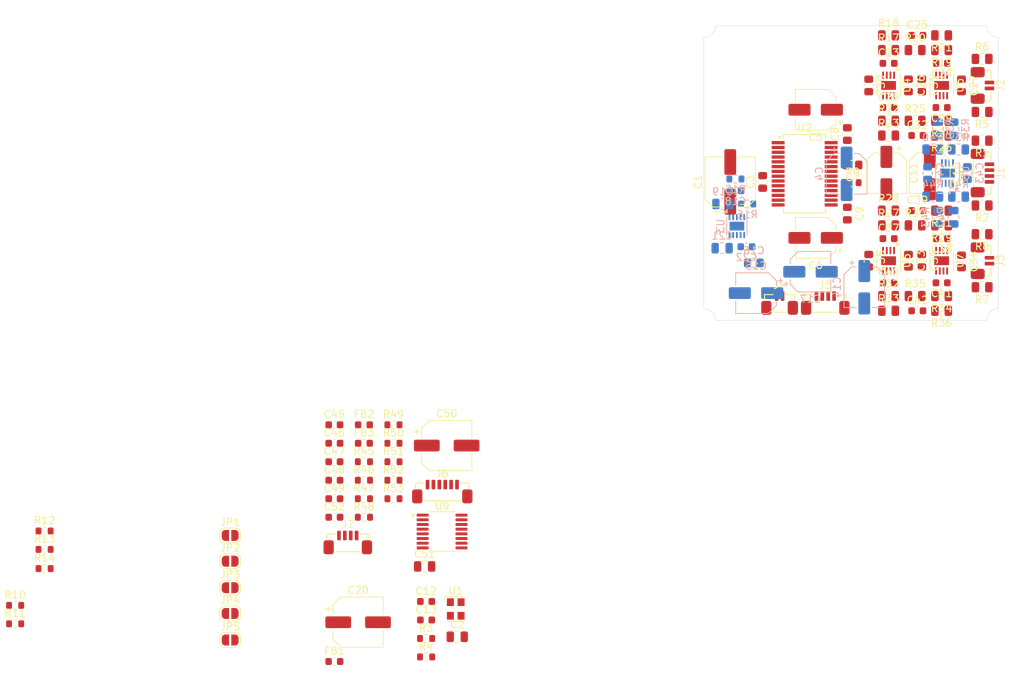
<source format=kicad_pcb>
(kicad_pcb (version 20240108) (generator "pcbnew") (generator_version "8.0")
  (layers (0 "F.Cu" signal) (1 "In1.Cu" signal) (2 "In2.Cu" signal) (31 "B.Cu" signal) (34 "B.Paste" user) (35 "F.Paste" user) (36 "B.SilkS" user "B.Silkscreen") (37 "F.SilkS" user "F.Silkscreen") (38 "B.Mask" user) (39 "F.Mask" user) (44 "Edge.Cuts" user))
  (net 0 "")
  (net 1 "+5V")
  (net 2 "GND")
  (net 3 "+3.3V")
  (net 4 "+15V")
  (net 5 "-15V")
  (net 6 "/I-V Stage/IL-")
  (net 7 "/Differential Amp/VL-")
  (net 8 "/I-V Stage/IL+")
  (net 9 "/Differential Amp/VL+")
  (net 10 "/I-V Stage/IR-")
  (net 11 "/Differential Amp/VR-")
  (net 12 "Net-(C37-Pad2)")
  (net 13 "/I-V Stage/IR+")
  (net 14 "/Differential Amp/VR+")
  (net 15 "Net-(J1-Pin_1)")
  (net 16 "Net-(J2-Pin_2)")
  (net 17 "Net-(J3-Pin_1)")
  (net 18 "Net-(J3-Pin_2)")
  (net 19 "/MONO")
  (net 20 "/CHSL")
  (net 21 "/DEM")
  (net 22 "/FMT0")
  (net 23 "/FMT1")
  (net 24 "/Differential Amp/VL_SE")
  (net 25 "/Differential Amp/VR_SE")
  (net 26 "/ZERO")
  (net 27 "Net-(U7A--)")
  (net 28 "Net-(U7B--)")
  (net 29 "Net-(J1-Pin_4)")
  (net 30 "Net-(U2-VCOML)")
  (net 31 "Net-(U2-VCOMR)")
  (net 32 "+3.3VD")
  (net 33 "Net-(U3-FB)")
  (net 34 "Net-(U3-EN)")
  (net 35 "Net-(U3-NR{slash}SS)")
  (net 36 "Net-(C23-Pad2)")
  (net 37 "Net-(U5A--)")
  (net 38 "Net-(C28-Pad2)")
  (net 39 "Net-(U5B--)")
  (net 40 "Net-(C40-Pad2)")
  (net 41 "/Digital Interface/VDD_EXT")
  (net 42 "/Digital Interface/GND_EXT")
  (net 43 "/Digital Interface/MUTE")
  (net 44 "/Digital Interface/~{RST}")
  (net 45 "Net-(J7-Pin_4)")
  (net 46 "Net-(J2-Pin_1)")
  (net 47 "Net-(J6-Pin_2)")
  (net 48 "Net-(J6-Pin_5)")
  (net 49 "Net-(J6-Pin_3)")
  (net 50 "Net-(J6-Pin_4)")
  (net 51 "Net-(J7-Pin_3)")
  (net 52 "Net-(J7-Pin_1)")
  (net 53 "Net-(J7-Pin_2)")
  (net 54 "Net-(U2-SCK)")
  (net 55 "Net-(U1-CLK)")
  (net 56 "/Digital Interface/SCK")
  (net 57 "Net-(U2-IREF)")
  (net 58 "Net-(U8B--)")
  (net 59 "Net-(U8B-+)")
  (net 60 "Net-(U8A--)")
  (net 61 "Net-(U8A-+)")
  (net 62 "Net-(U9-VOA)")
  (net 63 "/Digital Interface/LRCK")
  (net 64 "Net-(U9-VOB)")
  (net 65 "/Digital Interface/DATA")
  (net 66 "Net-(U9-VOC)")
  (net 67 "/Digital Interface/BCK")
  (net 68 "Net-(U9-VOD)")
  (footprint "Capacitor_SMD:C_0603_1608Metric" (layer "F.Cu") (at 162.3 108.9 180)
    (property "Reference" "C38" (at 0 -1.43 360) (layer "F.SilkS"))
    (property "Value" "2.7nF C0G")
    (pad "1" smd roundrect (at -0.775 0 180) (size 0.9 0.95) (layers "F.Cu" "F.Paste" "F.Mask") (net 11 "/Differential Amp/VR-"))
    (pad "2" smd roundrect (at 0.775 0 180) (size 0.9 0.95) (layers "F.Cu" "F.Paste" "F.Mask") (net 27 "Net-(U7A--)"))
  )
  (footprint "Resistor_SMD:R_0603_1608Metric" (layer "F.Cu") (at 87.87 144.22)
    (property "Reference" "R53" (at 0 -1.43 0) (layer "F.SilkS"))
    (property "Value" "1kΩ")
    (pad "1" smd roundrect (at -0.825 0) (size 0.8 0.95) (layers "F.Cu" "F.Paste" "F.Mask") (net 51 "Net-(J7-Pin_3)"))
    (pad "2" smd roundrect (at 0.825 0) (size 0.8 0.95) (layers "F.Cu" "F.Paste" "F.Mask") (net 26 "/ZERO"))
  )
  (footprint "BW_Connectors:Amphenol_MINITEK_0.8_2P_V" (layer "F.Cu") (at 140.3 117.7)
    (property "Reference" "J4" (at 0 -2.5 0) (layer "F.SilkS"))
    (property "Value" "5V")
    (pad "1" smd roundrect (at 0.4 -1) (size 0.5 1.3) (layers "F.Cu" "F.Paste" "F.Mask") (net 1 "+5V"))
    (pad "2" smd roundrect (at -0.4 -1) (size 0.5 1.3) (layers "F.Cu" "F.Paste" "F.Mask") (net 2 "GND"))
    (pad "M" smd roundrect (at -1.8 0.6) (size 1.4 1.9) (layers "F.Cu" "F.Paste" "F.Mask"))
    (pad "M" smd roundrect (at 1.8 0.6) (size 1.4 1.9) (layers "F.Cu" "F.Paste" "F.Mask"))
  )
  (footprint "BW_Connectors:Amphenol_MINITEK_0.8_2P_V" (layer "F.Cu") (at 167.8 111.9 -90)
    (property "Reference" "J3" (at 0 -2.5 90) (layer "F.SilkS"))
    (property "Value" "RDIFF")
    (pad "1" smd roundrect (at 0.4 -1 270) (size 0.5 1.3) (layers "F.Cu" "F.Paste" "F.Mask") (net 17 "Net-(J3-Pin_1)"))
    (pad "2" smd roundrect (at -0.4 -1 270) (size 0.5 1.3) (layers "F.Cu" "F.Paste" "F.Mask") (net 18 "Net-(J3-Pin_2)"))
    (pad "M" smd roundrect (at -1.8 0.6 270) (size 1.4 1.9) (layers "F.Cu" "F.Paste" "F.Mask"))
    (pad "M" smd roundrect (at 1.8 0.6 270) (size 1.4 1.9) (layers "F.Cu" "F.Paste" "F.Mask"))
  )
  (footprint "Capacitor_SMD:C_0603_1608Metric" (layer "F.Cu") (at 79.85 141.71)
    (property "Reference" "C48" (at 0 -1.43 0) (layer "F.SilkS"))
    (property "Value" "1µF")
    (pad "1" smd roundrect (at -0.775 0) (size 0.9 0.95) (layers "F.Cu" "F.Paste" "F.Mask") (net 44 "/Digital Interface/~{RST}"))
    (pad "2" smd roundrect (at 0.775 0) (size 0.9 0.95) (layers "F.Cu" "F.Paste" "F.Mask") (net 2 "GND"))
  )
  (footprint "Resistor_SMD:R_0805_2012Metric" (layer "F.Cu") (at 167.8 91.7 180)
    (property "Reference" "R5" (at 0 -1.65 360) (layer "F.SilkS"))
    (property "Value" "100ΩRS")
    (pad "1" smd roundrect (at -0.9125 0 180) (size 1.025 1.4) (layers "F.Cu" "F.Paste" "F.Mask") (roundrect_rratio 0.243902) (net 46 "Net-(J2-Pin_1)"))
    (pad "2" smd roundrect (at 0.9125 0 180) (size 1.025 1.4) (layers "F.Cu" "F.Paste" "F.Mask") (roundrect_rratio 0.243902) (net 9 "/Differential Amp/VL+"))
  )
  (footprint "Resistor_SMD:R_0603_1608Metric" (layer "F.Cu") (at 83.86 141.71)
    (property "Reference" "R46" (at 0 -1.43 0) (layer "F.SilkS"))
    (property "Value" "27Ω")
    (pad "1" smd roundrect (at -0.825 0) (size 0.8 0.95) (layers "F.Cu" "F.Paste" "F.Mask") (net 64 "Net-(U9-VOB)"))
    (pad "2" smd roundrect (at 0.825 0) (size 0.8 0.95) (layers "F.Cu" "F.Paste" "F.Mask") (net 65 "/Digital Interface/DATA"))
  )
  (footprint "Resistor_SMD:R_0805_2012Metric" (layer "F.Cu") (at 155.1 107.1)
    (property "Reference" "R27" (at 0 -1.65 360) (layer "F.SilkS"))
    (property "Value" "1kΩRS")
    (pad "1" smd roundrect (at -0.9125 0) (size 1.025 1.4) (layers "F.Cu" "F.Paste" "F.Mask") (roundrect_rratio 0.243902) (net 10 "/I-V Stage/IR-"))
    (pad "2" smd roundrect (at 0.9125 0) (size 1.025 1.4) (layers "F.Cu" "F.Paste" "F.Mask") (roundrect_rratio 0.243902) (net 12 "Net-(C37-Pad2)"))
  )
  (footprint "Resistor_SMD:R_0805_2012Metric" (layer "F.Cu") (at 162.3 105.1 180)
    (property "Reference" "R31" (at 0 -1.65 360) (layer "F.SilkS"))
    (property "Value" "330ΩRS")
    (pad "1" smd roundrect (at -0.9125 0 180) (size 1.025 1.4) (layers "F.Cu" "F.Paste" "F.Mask") (roundrect_rratio 0.243902) (net 2 "GND"))
    (pad "2" smd roundrect (at 0.9125 0 180) (size 1.025 1.4) (layers "F.Cu" "F.Paste" "F.Mask") (roundrect_rratio 0.243902) (net 27 "Net-(U7A--)"))
  )
  (footprint "Resistor_SMD:R_0805_2012Metric" (layer "F.Cu") (at 167.8 95.6 180)
    (property "Reference" "R1" (at 0 -1.65 360) (layer "F.SilkS"))
    (property "Value" "100ΩRS")
    (pad "1" smd roundrect (at -0.9125 0 180) (size 1.025 1.4) (layers "F.Cu" "F.Paste" "F.Mask") (roundrect_rratio 0.243902) (net 15 "Net-(J1-Pin_1)"))
    (pad "2" smd roundrect (at 0.9125 0 180) (size 1.025 1.4) (layers "F.Cu" "F.Paste" "F.Mask") (roundrect_rratio 0.243902) (net 24 "/Differential Amp/VL_SE"))
  )
  (footprint "Resistor_SMD:R_0805_2012Metric" (layer "F.Cu") (at 155.1 118.7)
    (property "Reference" "R33" (at 0 -1.65 360) (layer "F.SilkS"))
    (property "Value" "4.7kΩRS")
    (pad "1" smd roundrect (at -0.9125 0) (size 1.025 1.4) (layers "F.Cu" "F.Paste" "F.Mask") (roundrect_rratio 0.243902) (net 13 "/I-V Stage/IR+"))
    (pad "2" smd roundrect (at 0.9125 0) (size 1.025 1.4) (layers "F.Cu" "F.Paste" "F.Mask") (roundrect_rratio 0.243902) (net 40 "Net-(C40-Pad2)"))
  )
  (footprint "Jumper:SolderJumper-2_P1.3mm_Open_RoundedPad1.0x1.5mm" (layer "F.Cu") (at 65.7 159.8)
    (property "Reference" "JP4" (at 0 -1.8 0) (layer "F.SilkS"))
    (property "Value" "FMT0")
    (pad "1" smd custom (at -0.65 0) (size 1 0.5) (layers "F.Cu" "F.Mask") (net 3 "+3.3V") (options (clearance outline) (anchor rect)) (primitives (gr_circle (center 0 0.25) (end 0.5 0.25) (width 0) (fill yes)) (gr_circle (center 0 -0.25) (end 0.5 -0.25) (width 0) (fill yes)) (gr_poly (pts (xy 0.5 0.75) (xy 0 0.75) (xy 0 -0.75) (xy 0.5 -0.75)) (width 0) (fill yes))))
    (pad "2" smd custom (at 0.65 0) (size 1 0.5) (layers "F.Cu" "F.Mask") (net 22 "/FMT0") (options (clearance outline) (anchor rect)) (primitives (gr_circle (center 0 0.25) (end 0.5 0.25) (width 0) (fill yes)) (gr_circle (center 0 -0.25) (end 0.5 -0.25) (width 0) (fill yes)) (gr_poly (pts (xy 0 0.75) (xy -0.5 0.75) (xy -0.5 -0.75) (xy 0 -0.75)) (width 0) (fill yes))))
  )
  (footprint "Jumper:SolderJumper-2_P1.3mm_Open_RoundedPad1.0x1.5mm" (layer "F.Cu") (at 65.7 163.4)
    (property "Reference" "JP5" (at 0 -1.8 0) (layer "F.SilkS"))
    (property "Value" "FMT1")
    (pad "1" smd custom (at -0.65 0) (size 1 0.5) (layers "F.Cu" "F.Mask") (net 3 "+3.3V") (options (clearance outline) (anchor rect)) (primitives (gr_circle (center 0 0.25) (end 0.5 0.25) (width 0) (fill yes)) (gr_circle (center 0 -0.25) (end 0.5 -0.25) (width 0) (fill yes)) (gr_poly (pts (xy 0.5 0.75) (xy 0 0.75) (xy 0 -0.75) (xy 0.5 -0.75)) (width 0) (fill yes))))
    (pad "2" smd custom (at 0.65 0) (size 1 0.5) (layers "F.Cu" "F.Mask") (net 23 "/FMT1") (options (clearance outline) (anchor rect)) (primitives (gr_circle (center 0 0.25) (end 0.5 0.25) (width 0) (fill yes)) (gr_circle (center 0 -0.25) (end 0.5 -0.25) (width 0) (fill yes)) (gr_poly (pts (xy 0 0.75) (xy -0.5 0.75) (xy -0.5 -0.75) (xy 0 -0.75)) (width 0) (fill yes))))
  )
  (footprint "Capacitor_SMD:C_0603_1608Metric" (layer "F.Cu") (at 162.3 85.1 180)
    (property "Reference" "C24" (at 0 -1.43 360) (layer "F.SilkS"))
    (property "Value" "2.7nF C0G")
    (pad "1" smd roundrect (at -0.775 0 180) (size 0.9 0.95) (layers "F.Cu" "F.Paste" "F.Mask") (net 7 "/Differential Amp/VL-"))
    (pad "2" smd roundrect (at 0.775 0 180) (size 0.9 0.95) (layers "F.Cu" "F.Paste" "F.Mask") (net 37 "Net-(U5A--)"))
  )
  (footprint "Capacitor_SMD:C_0603_1608Metric" (layer "F.Cu") (at 79.85 146.73)
    (property "Reference" "C52" (at 0 -1.43 0) (layer "F.SilkS"))
    (property "Value" "0.1µF")
    (pad "1" smd roundrect (at -0.775 0) (size 0.9 0.95) (layers "F.Cu" "F.Paste" "F.Mask") (net 32 "+3.3VD"))
    (pad "2" smd roundrect (at 0.775 0) (size 0.9 0.95) (layers "F.Cu" "F.Paste" "F.Mask") (net 2 "GND"))
  )
  (footprint "Resistor_SMD:R_0603_1608Metric" (layer "F.Cu") (at 83.86 146.73)
    (property "Reference" "R48" (at 0 -1.43 0) (layer "F.SilkS"))
    (property "Value" "0Ω")
    (pad "1" smd roundrect (at -0.825 0) (size 0.8 0.95) (layers "F.Cu" "F.Paste" "F.Mask") (net 48 "Net-(J6-Pin_5)"))
    (pad "2" smd roundrect (at 0.825 0) (size 0.8 0.95) (layers "F.Cu" "F.Paste" "F.Mask") (net 68 "Net-(U9-VOD)"))
  )
  (footprint "BW_PassiveMechanical:C_0704_1810Metric" (layer "F.Cu") (at 157.8 88.1 -90)
    (property "Reference" "C26" (at 0 -1.68 90) (layer "F.SilkS"))
    (property "Value" "0.1µF C0G")
    (pad "1" smd roundrect (at -0.85 0 270) (size 1 1.2) (layers "F.Cu" "F.Paste" "F.Mask") (net 2 "GND"))
    (pad "2" smd roundrect (at 0.85 0 270) (size 1 1.2) (layers "F.Cu" "F.Paste" "F.Mask") (net 4 "+15V"))
  )
  (footprint "Resistor_SMD:R_0805_2012Metric" (layer "F.Cu") (at 162.3 107.1 180)
    (property "Reference" "R29" (at 0 -1.65 360) (layer "F.SilkS"))
    (property "Value" "330ΩRS")
    (pad "1" smd roundrect (at -0.9125 0 180) (size 1.025 1.4) (layers "F.Cu" "F.Paste" "F.Mask") (roundrect_rratio 0.243902) (net 11 "/Differential Amp/VR-"))
    (pad "2" smd roundrect (at 0.9125 0 180) (size 1.025 1.4) (layers "F.Cu" "F.Paste" "F.Mask") (roundrect_rratio 0.243902) (net 27 "Net-(U7A--)"))
  )
  (footprint "Resistor_SMD:R_0805_2012Metric" (layer "F.Cu") (at 162.3 94.9 180)
    (property "Reference" "R26" (at 0 -1.65 360) (layer "F.SilkS"))
    (property "Value" "330ΩRS")
    (pad "1" smd roundrect (at -0.9125 0 180) (size 1.025 1.4) (layers "F.Cu" "F.Paste" "F.Mask") (roundrect_rratio 0.243902) (net 2 "GND"))
    (pad "2" smd roundrect (at 0.9125 0 180) (size 1.025 1.4) (layers "F.Cu" "F.Paste" "F.Mask") (roundrect_rratio 0.243902) (net 39 "Net-(U5B--)"))
  )
  (footprint "Capacitor_SMD:C_0603_1608Metric" (layer "F.Cu") (at 92.3 160.68)
    (property "Reference" "C13" (at 0 -1.43 0) (layer "F.SilkS"))
    (property "Value" "10nF")
    (pad "1" smd roundrect (at -0.775 0) (size 0.9 0.95) (layers "F.Cu" "F.Paste" "F.Mask") (net 32 "+3.3VD"))
    (pad "2" smd roundrect (at 0.775 0) (size 0.9 0.95) (layers "F.Cu" "F.Paste" "F.Mask") (net 2 "GND"))
  )
  (footprint "Package_SON:WSON-8-1EP_3x3mm_P0.5mm_EP1.2x2mm" (layer "F.Cu") (at 155.1 111.9 -90)
    (property "Reference" "U6" (at 0 -2.45 90) (layer "F.SilkS"))
    (property "Value" "OPA1612")
    (pad "1" smd roundrect (at -1.3875 -0.75 270) (size 0.975 0.25) (layers "F.Cu" "F.Paste" "F.Mask") (net 12 "Net-(C37-Pad2)"))
    (pad "2" smd roundrect (at -1.3875 -0.25 270) (size 0.975 0.25) (layers "F.Cu" "F.Paste" "F.Mask") (net 10 "/I-V Stage/IR-"))
    (pad "3" smd roundrect (at -1.3875 0.25 270) (size 0.975 0.25) (layers "F.Cu" "F.Paste" "F.Mask") (net 2 "GND"))
    (pad "4" smd roundrect (at -1.3875 0.75 270) (size 0.975 0.25) (layers "F.Cu" "F.Paste" "F.Mask") (net 5 "-15V"))
    (pad "5" smd roundrect (at 1.3875 0.75 270) (size 0.975 0.25) (layers "F.Cu" "F.Paste" "F.Mask") (net 2 "GND"))
    (pad "6" smd roundrect (at 1.3875 0.25 270) (size 0.975 0.25) (layers "F.Cu" "F.Paste" "F.Mask") (net 13 "/I-V Stage/IR+"))
    (pad "7" smd roundrect (at 1.3875 -0.25 270) (size 0.975 0.25) (layers "F.Cu" "F.Paste" "F.Mask") (net 40 "Net-(C40-Pad2)"))
    (pad "8" smd roundrect (at 1.3875 -0.75 270) (size 0.975 0.25) (layers "F.Cu" "F.Paste" "F.Mask") (net 4 "+15V"))
    (pad "9" smd rect (at 0 0 270) (size 1.2 2) (property pad_prop_heatsink) (layers "F.Cu" "F.Mask") (net 5 "-15V"))
  )
  (footprint "Resistor_SMD:R_0805_2012Metric" (layer "F.Cu") (at 158.7 92.9)
    (property "Reference" "R25" (at 0 -1.65 360) (layer "F.SilkS"))
    (property "Value" "470ΩRS")
    (pad "1" smd roundrect (at -0.9125 0) (size 1.025 1.4) (layers "F.Cu" "F.Paste" "F.Mask") (roundrect_rratio 0.243902) (net 38 "Net-(C28-Pad2)"))
    (pad "2" smd roundrect (at 0.9125 0) (size 1.025 1.4) (layers "F.Cu" "F.Paste" "F.Mask") (roundrect_rratio 0.243902) (net 39 "Net-(U5B--)"))
  )
  (footprint "Package_SO:SSOP-28_5.3x10.2mm_P0.65mm" (layer "F.Cu") (at 143.7 100.1)
    (property "Reference" "U2" (at 0 -6.25 0) (layer "F.SilkS"))
    (property "Value" "PCM1794A")
    (pad "1" smd rect (at -3.6 -4.225) (size 1.75 0.45) (layers "F.Cu" "F.Paste" "F.Mask") (net 19 "/MONO"))
    (pad "2" smd rect (at -3.6 -3.575) (size 1.75 0.45) (layers "F.Cu" "F.Paste" "F.Mask") (net 20 "/CHSL"))
    (pad "3" smd rect (at -3.6 -2.925) (size 1.75 0.45) (layers "F.Cu" "F.Paste" "F.Mask") (net 21 "/DEM"))
    (pad "4" smd rect (at -3.6 -2.275) (size 1.75 0.45) (layers "F.Cu" "F.Paste" "F.Mask") (net 63 "/Digital Interface/LRCK"))
    (pad "5" smd rect (at -3.6 -1.625) (size 1.75 0.45) (layers "F.Cu" "F.Paste" "F.Mask") (net 65 "/Digital Interface/DATA"))
    (pad "6" smd rect (at -3.6 -0.975) (size 1.75 0.45) (layers "F.Cu" "F.Paste" "F.Mask") (net 67 "/Digital Interface/BCK"))
    (pad "7" smd rect (at -3.6 -0.325) (size 1.75 0.45) (layers "F.Cu" "F.Paste" "F.Mask") (net 54 "Net-(U2-SCK)"))
    (pad "8" smd rect (at -3.6 0.325) (size 1.75 0.45) (layers "F.Cu" "F.Paste" "F.Mask") (net 2 "GND"))
    (pad "9" smd rect (at -3.6 0.975) (size 1.75 0.45) (layers "F.Cu" "F.Paste" "F.Mask") (net 3 "+3.3V"))
    (pad "10" smd rect (at -3.6 1.625) (size 1.75 0.45) (layers "F.Cu" "F.Paste" "F.Mask") (net 43 "/Digital Interface/MUTE"))
    (pad "11" smd rect (at -3.6 2.275) (size 1.75 0.45) (layers "F.Cu" "F.Paste" "F.Mask") (net 22 "/FMT0"))
    (pad "12" smd rect (at -3.6 2.925) (size 1.75 0.45) (layers "F.Cu" "F.Paste" "F.Mask") (net 23 "/FMT1"))
    (pad "13" smd rect (at -3.6 3.575) (size 1.75 0.45) (layers "F.Cu" "F.Paste" "F.Mask") (net 26 "/ZERO"))
    (pad "14" smd rect (at -3.6 4.225) (size 1.75 0.45) (layers "F.Cu" "F.Paste" "F.Mask") (net 44 "/Digital Interface/~{RST}"))
    (pad "15" smd rect (at 3.6 4.225) (size 1.75 0.45) (layers "F.Cu" "F.Paste" "F.Mask") (net 1 "+5V"))
    (pad "16" smd rect (at 3.6 3.575) (size 1.75 0.45) (layers "F.Cu" "F.Paste" "F.Mask") (net 2 "GND"))
    (pad "17" smd rect (at 3.6 2.925) (size 1.75 0.45) (layers "F.Cu" "F.Paste" "F.Mask") (net 13 "/I-V Stage/IR+"))
    (pad "18" smd rect (at 3.6 2.275) (size 1.75 0.45) (layers "F.Cu" "F.Paste" "F.Mask") (net 10 "/I-V Stage/IR-"))
    (pad "19" smd rect (at 3.6 1.625) (size 1.75 0.45) (layers "F.Cu" "F.Paste" "F.Mask") (net 2 "GND"))
    (pad "20" smd rect (at 3.6 0.975) (size 1.75 0.45) (layers "F.Cu" "F.Paste" "F.Mask") (net 57 "Net-(U2-IREF)"))
    (pad "21" smd rect (at 3.6 0.325) (size 1.75 0.45) (layers "F.Cu" "F.Paste" "F.Mask") (net 31 "Net-(U2-VCOMR)"))
    (pad "22" smd rect (at 3.6 -0.325) (size 1.75 0.45) (layers "F.Cu" "F.Paste" "F.Mask") (net 30 "Net-(U2-VCOML)"))
    (pad "23" smd rect (at 3.6 -0.975) (size 1.75 0.45) (layers "F.Cu" "F.Paste" "F.Mask") (net 1 "+5V"))
    (pad "24" smd rect (at 3.6 -1.625) (size 1.75 0.45) (layers "F.Cu" "F.Paste" "F.Mask") (net 2 "GND"))
    (pad "25" smd rect (at 3.6 -2.275) (size 1.75 0.45) (layers "F.Cu" "F.Paste" "F.Mask") (net 8 "/I-V Stage/IL+"))
    (pad "26" smd rect (at 3.6 -2.925) (size 1.75 0.45) (layers "F.Cu" "F.Paste" "F.Mask") (net 6 "/I-V Stage/IL-"))
    (pad "27" smd rect (at 3.6 -3.575) (size 1.75 0.45) (layers "F.Cu" "F.Paste" "F.Mask") (net 2 "GND"))
    (pad "28" smd rect (at 3.6 -4.225) (size 1.75 0.45) (layers "F.Cu" "F.Paste" "F.Mask") (net 1 "+5V"))
  )
  (footprint "Capacitor_SMD:C_0805_2012Metric" (layer "F.Cu") (at 92.1 153.41)
    (property "Reference" "C51" (at 0 -1.68 0) (layer "F.SilkS"))
    (property "Value" "10µF 25V")
    (pad "1" smd roundrect (at -0.95 0) (size 1 1.45) (layers "F.Cu" "F.Paste" "F.Mask") (net 32 "+3.3VD"))
    (pad "2" smd roundrect (at 0.95 0) (size 1 1.45) (layers "F.Cu" "F.Paste" "F.Mask") (net 2 "GND"))
  )
  (footprint "Resistor_SMD:R_0805_2012Metric" (layer "F.Cu") (at 155.1 105.1)
    (property "Reference" "R28" (at 0 -1.65 360) (layer "F.SilkS"))
    (property "Value" "4.7kΩRS")
    (pad "1" smd roundrect (at -0.9125 0) (size 1.025 1.4) (layers "F.Cu" "F.Paste" "F.Mask") (roundrect_rratio 0.243902) (net 10 "/I-V Stage/IR-"))
    (pad "2" smd roundrect (at 0.9125 0) (size 1.025 1.4) (layers "F.Cu" "F.Paste" "F.Mask") (roundrect_rratio 0.243902) (net 12 "Net-(C37-Pad2)"))
  )
  (footprint "Resistor_SMD:R_0603_1608Metric" (layer "F.Cu") (at 150.2 101.3)
    (property "Reference" "R9" (at 0 -1.43 360) (layer "F.SilkS"))
    (property "Value" "10kΩLN")
    (pad "1" smd roundrect (at -0.825 0) (size 0.8 0.95) (layers "F.Cu" "F.Paste" "F.Mask") (net 57 "Net-(U2-IREF)"))
    (pad "2" smd roundrect (at 0.825 0) (size 0.8 0.95) (layers "F.Cu" "F.Paste" "F.Mask") (net 2 "GND"))
  )
  (footprint "Capacitor_SMD:C_0603_1608Metric" (layer "F.Cu") (at 79.85 134.18)
    (property "Reference" "C45" (at 0 -1.43 0) (layer "F.SilkS"))
    (property "Value" "0.1µF")
    (pad "1" smd roundrect (at -0.775 0) (size 0.9 0.95) (layers "F.Cu" "F.Paste" "F.Mask") (net 41 "/Digital Interface/VDD_EXT"))
    (pad "2" smd roundrect (at 0.775 0) (size 0.9 0.95) (layers "F.Cu" "F.Paste" "F.Mask") (net 42 "/Digital Interface/GND_EXT"))
  )
  (footprint "Capacitor_SMD:CP_Elec_5x5.8" (layer "F.Cu") (at 160.7 100 -90)
    (property "Reference" "C10" (at 0 -3.7 90) (layer "F.SilkS"))
    (property "Value" "47µF 20V")
    (pad "1" smd roundrect (at -2.2 0 270) (size 3 1.6) (layers "F.Cu" "F.Paste" "F.Mask") (roundrect_rratio 0.15625) (net 1 "+5V"))
    (pad "2" smd roundrect (at 2.2 0 270) (size 3 1.6) (layers "F.Cu" "F.Paste" "F.Mask") (roundrect_rratio 0.15625) (net 30 "Net-(U2-VCOML)"))
  )
  (footprint "Jumper:SolderJumper-2_P1.3mm_Open_RoundedPad1.0x1.5mm" (layer "F.Cu") (at 65.7 156.3)
    (property "Reference" "JP3" (at 0 -1.8 0) (layer "F.SilkS"))
    (property "Value" "DEM")
    (pad "1" smd custom (at -0.65 0) (size 1 0.5) (layers "F.Cu" "F.Mask") (net 3 "+3.3V") (options (clearance outline) (anchor rect)) (primitives (gr_circle (center 0 0.25) (end 0.5 0.25) (width 0) (fill yes)) (gr_circle (center 0 -0.25) (end 0.5 -0.25) (width 0) (fill yes)) (gr_poly (pts (xy 0.5 0.75) (xy 0 0.75) (xy 0 -0.75) (xy 0.5 -0.75)) (width 0) (fill yes))))
    (pad "2" smd custom (at 0.65 0) (size 1 0.5) (layers "F.Cu" "F.Mask") (net 21 "/DEM") (options (clearance outline) (anchor rect)) (primitives (gr_circle (center 0 0.25) (end 0.5 0.25) (width 0) (fill yes)) (gr_circle (center 0 -0.25) (end 0.5 -0.25) (width 0) (fill yes)) (gr_poly (pts (xy 0 0.75) (xy -0.5 0.75) (xy -0.5 -0.75) (xy 0 -0.75)) (width 0) (fill yes))))
  )
  (footprint "Resistor_SMD:R_0805_2012Metric" (layer "F.Cu") (at 167.8 84.5)
    (property "Reference" "R6" (at 0 -1.65 0) (layer "F.SilkS"))
    (property "Value" "100ΩRS")
    (pad "1" smd roundrect (at -0.9125 0) (size 1.025 1.4) (layers "F.Cu" "F.Paste" "F.Mask") (roundrect_rratio 0.243902) (net 16 "Net-(J2-Pin_2)"))
    (pad "2" smd roundrect (at 0.9125 0) (size 1.025 1.4) (layers "F.Cu" "F.Paste" "F.Mask") (roundrect_rratio 0.243902) (net 7 "/Differential Amp/VL-"))
  )
  (footprint "Capacitor_SMD:CP_Elec_5x5.8" (layer "F.Cu") (at 145.2 91.4 180)
    (property "Reference" "C5" (at 0 -3.7 360) (layer "F.SilkS"))
    (property "Value" "47µF 20V")
    (pad "1" smd roundrect (at -2.2 0 180) (size 3 1.6) (layers "F.Cu" "F.Paste" "F.Mask") (roundrect_rratio 0.15625) (net 1 "+5V"))
    (pad "2" smd roundrect (at 2.2 0 180) (size 3 1.6) (layers "F.Cu" "F.Paste" "F.Mask") (roundrect_rratio 0.15625) (net 2 "GND"))
  )
  (footprint "Capacitor_SMD:C_0603_1608Metric" (layer "F.Cu") (at 155.1 108.9)
    (property "Reference" "C37" (at 0 -1.43 360) (layer "F.SilkS"))
    (property "Value" "2.2nF C0G")
    (pad "1" smd roundrect (at -0.775 0) (size 0.9 0.95) (layers "F.Cu" "F.Paste" "F.Mask") (net 10 "/I-V Stage/IR-"))
    (pad "2" smd roundrect (at 0.775 0) (size 0.9 0.95) (layers "F.Cu" "F.Paste" "F.Mask") (net 12 "Net-(C37-Pad2)"))
  )
  (footprint "Capacitor_SMD:C_0603_1608Metric" (layer "F.Cu") (at 79.85 139.2)
    (property "Reference" "C47" (at 0 -1.43 0) (layer "F.SilkS"))
    (property "Value" "1µF")
    (pad "1" smd roundrect (at -0.775 0) (size 0.9 0.95) (layers "F.Cu" "F.Paste" "F.Mask") (net 43 "/Digital Interface/MUTE"))
    (pad "2" smd roundrect (at 0.775 0) (size 0.9 0.95) (layers "F.Cu" "F.Paste" "F.Mask") (net 2 "GND"))
  )
  (footprint "Resistor_SMD:R_0603_1608Metric" (layer "F.Cu") (at 83.86 139.2)
    (property "Reference" "R45" (at 0 -1.43 0) (layer "F.SilkS"))
    (property "Value" "27Ω")
    (pad "1" smd roundrect (at -0.825 0) (size 0.8 0.95) (layers "F.Cu" "F.Paste" "F.Mask") (net 62 "Net-(U9-VOA)"))
    (pad "2" smd roundrect (at 0.825 0) (size 0.8 0.95) (layers "F.Cu" "F.Paste" "F.Mask") (net 63 "/Digital Interface/LRCK"))
  )
  (footprint "Capacitor_SMD:CP_Elec_6.3x7.7" (layer "F.Cu") (at 83.07 160.99)
    (property "Reference" "C20" (at 0 -4.35 0) (layer "F.SilkS"))
    (property "Value" "47µF 25V 750mΩ")
    (pad "1" smd roundrect (at -2.7 0) (size 3.5 1.6) (layers "F.Cu" "F.Paste" "F.Mask") (roundrect_rratio 0.15625) (net 34 "Net-(U3-EN)"))
    (pad "2" smd roundrect (at 2.7 0) (size 3.5 1.6) (layers "F.Cu" "F.Paste" "F.Mask") (roundrect_rratio 0.15625) (net 2 "GND"))
  )
  (footprint "Capacitor_SMD:C_0603_1608Metric" (layer "F.Cu") (at 79.85 136.69)
    (property "Reference" "C46" (at 0 -1.43 0) (layer "F.SilkS"))
    (property "Value" "0.1µF")
    (pad "1" smd roundrect (at -0.775 0) (size 0.9 0.95) (layers "F.Cu" "F.Paste" "F.Mask") (net 32 "+3.3VD"))
    (pad "2" smd roundrect (at 0.775 0) (size 0.9 0.95) (layers "F.Cu" "F.Paste" "F.Mask") (net 2 "GND"))
  )
  (footprint "Resistor_SMD:R_0603_1608Metric" (layer "F.Cu") (at 40.5 148.6)
    (property "Reference" "R12" (at 0 -1.43 0) (layer "F.SilkS"))
    (property "Value" "10kΩ")
    (pad "1" smd roundrect (at -0.825 0) (size 0.8 0.95) (layers "F.Cu" "F.Paste" "F.Mask") (net 21 "/DEM"))
    (pad "2" smd roundrect (at 0.825 0) (size 0.8 0.95) (layers "F.Cu" "F.Paste" "F.Mask") (net 2 "GND"))
  )
  (footprint "Capacitor_SMD:C_0603_1608Metric" (layer "F.Cu") (at 159 94.9)
    (property "Reference" "C32" (at 0 -1.43 360) (layer "F.SilkS"))
    (property "Value" "2.7nF C0G")
    (pad "1" smd roundrect (at -0.775 0) (size 0.9 0.95) (layers "F.Cu" "F.Paste" "F.Mask") (net 2 "GND"))
    (pad "2" smd roundrect (at 0.775 0) (size 0.9 0.95) (layers "F.Cu" "F.Paste" "F.Mask") (net 39 "Net-(U5B--)"))
  )
  (footprint "Resistor_SMD:R_0805_2012Metric" (layer "F.Cu") (at 158.7 83.3)
    (property "Reference" "R20" (at 0 -1.65 360) (layer "F.SilkS"))
    (property "Value" "470ΩRS")
    (pad "1" smd roundrect (at -0.9125 0) (size 1.025 1.4) (layers "F.Cu" "F.Paste" "F.Mask") (roundrect_rratio 0.243902) (net 36 "Net-(C23-Pad2)"))
    (pad "2" smd roundrect (at 0.9125 0) (size 1.025 1.4) (layers "F.Cu" "F.Paste" "F.Mask") (roundrect_rratio 0.243902) (net 37 "Net-(U5A--)"))
  )
  (footprint "Resistor_SMD:R_0805_2012Metric" (layer "F.Cu") (at 158.7 107.1)
    (property "Reference" "R30" (at 0 -1.65 360) (layer "F.SilkS"))
    (property "Value" "470ΩRS")
    (pad "1" smd roundrect (at -0.9125 0) (size 1.025 1.4) (layers "F.Cu" "F.Paste" "F.Mask") (roundrect_rratio 0.243902) (net 12 "Net-(C37-Pad2)"))
    (pad "2" smd roundrect (at 0.9125 0) (size 1.025 1.4) (layers "F.Cu" "F.Paste" "F.Mask") (roundrect_rratio 0.243902) (net 27 "Net-(U7A--)"))
  )
  (footprint "Resistor_SMD:R_0805_2012Metric" (layer "F.Cu") (at 155.1 81.3)
    (property "Reference" "R18" (at 0 -1.65 360) (layer "F.SilkS"))
    (property "Value" "4.7kΩRS")
    (pad "1" smd roundrect (at -0.9125 0) (size 1.025 1.4) (layers "F.Cu" "F.Paste" "F.Mask") (roundrect_rratio 0.243902) (net 6 "/I-V Stage/IL-"))
    (pad "2" smd roundrect (at 0.9125 0) (size 1.025 1.4) (layers "F.Cu" "F.Paste" "F.Mask") (roundrect_rratio 0.243902) (net 36 "Net-(C23-Pad2)"))
  )
  (footprint "BW_PassiveMechanical:C_0704_1810Metric" (layer "F.Cu") (at 159.6 111.9 -90)
    (property "Reference" "C36" (at 0 -1.68 90) (layer "F.SilkS"))
    (property "Value" "0.1µF C0G")
    (pad "1" smd roundrect (at -0.85 0 270) (size 1 1.2) (layers "F.Cu" "F.Paste" "F.Mask") (net 5 "-15V"))
    (pad "2" smd roundrect (at 0.85 0 270) (size 1 1.2) (layers "F.Cu" "F.Paste" "F.Mask") (net 2 "GND"))
  )
  (footprint "BW_PassiveMechanical:C_0704_1810Metric" (layer "F.Cu") (at 150.2 98.9 180)
    (property "Reference" "C7" (at 0 -1.68 360) (layer "F.SilkS"))
    (property "Value" "0.1µF C0G")
    (pad "1" smd roundrect (at -0.85 0 180) (size 1 1.2) (layers "F.Cu" "F.Paste" "F.Mask") (net 2 "GND"))
    (pad "2" smd roundrect (at 0.85 0 180) (size 1 1.2) (layers "F.Cu" "F.Paste" "F.Mask") (net 1 "+5V"))
  )
  (footprint "Resistor_SMD:R_0805_2012Metric" (layer "F.Cu") (at 155.1 94.9)
    (property "Reference" "R23" (at 0 -1.65 360) (layer "F.SilkS"))
    (property "Value" "4.7kΩRS")
    (pad "1" smd roundrect (at -0.9125 0) (size 1.025 1.4) (layers "F.Cu" "F.Paste" "F.Mask") (roundrect_rratio 0.243902) (net 8 "/I-V Stage/IL+"))
    (pad "2" smd roundrect (at 0.9125 0) (size 1.025 1.4) (layers "F.Cu" "F.Paste" "F.Mask") (roundrect_rratio 0.243902) (net 38 "Net-(C28-Pad2)"))
  )
  (footprint "BW_PassiveMechanical:C_0704_1810Metric" (layer "F.Cu") (at 157.8 111.9 -90)
    (property "Reference" "C33" (at 0 -1.68 90) (layer "F.SilkS"))
    (property "Value" "0.1µF C0G")
    (pad "1" smd roundrect (at -0.85 0 270) (size 1 1.2) (layers "F.Cu" "F.Paste" "F.Mask") (net 2 "GND"))
    (pad "2" smd roundrect (at 0.85 0 270) (size 1 1.2) (layers "F.Cu" "F.Paste" "F.Mask") (net 4 "+15V"))
  )
  (footprint "Capacitor_SMD:C_0603_1608Metric" (layer "F.Cu") (at 159 105.1)
    (property "Reference" "C39" (at 0 -1.43 360) (layer "F.SilkS"))
    (property "Value" "2.7nF C0G")
    (pad "1" smd roundrect (at -0.775 0) (size 0.9 0.95) (layers "F.Cu" "F.Paste" "F.Mask") (net 2 "GND"))
    (pad "2" smd roundrect (at 0.775 0) (size 0.9 0.95) (layers "F.Cu" "F.Paste" "F.Mask") (net 27 "Net-(U7A--)"))
  )
  (footprint "BW_PassiveMechanical:C_0704_1810Metric" (layer "F.Cu") (at 138 101.2 90)
    (property "Reference" "C3" (at 0 -1.68 90) (layer "F.SilkS"))
    (property "Value" "0.1µF C0G")
    (pad "1" smd roundrect (at -0.85 0 90) (size 1 1.2) (layers "F.Cu" "F.Paste" "F.Mask") (net 3 "+3.3V"))
    (pad "2" smd roundrect (at 0.85 0 90) (size 1 1.2) (layers "F.Cu" "F.Paste" "F.Mask") (net 2 "GND"))
  )
  (footprint "Resistor_SMD:R_0603_1608Metric" (layer "F.Cu") (at 92.3 163.19)
    (property "Reference" "R3" (at 0 -1.43 0) (layer "F.SilkS"))
    (property "Value" "0Ω")
    (pad "1" smd roundrect (at -0.825 0) (size 0.8 0.95) (layers "F.Cu" "F.Paste" "F.Mask") (net 55 "Net-(U1-CLK)"))
    (pad "2" smd roundrect (at 0.825 0) (size 0.8 0.95) (layers "F.Cu" "F.Paste" "F.Mask") (net 54 "Net-(U2-SCK)"))
  )
  (footprint "Oscillator:Oscillator_SMD_Kyocera_KC2520Z-4Pin_2.5x2.0mm" (layer "F.Cu") (at 96.325 159.185)
    (property "Reference" "U1" (at 0 -2.5 0) (layer "F.SilkS"))
    (property "Value" "KC2520K24.5760")
    (pad "1" smd rect (at -0.725 -0.925) (size 0.95 1.05) (layers "F.Cu" "F.Paste" "F.Mask") (net 32 "+3.3VD"))
    (pad "2" smd rect (at -0.725 0.925) (size 0.95 1.05) (layers "F.Cu" "F.Paste" "F.Mask") (net 2 "GND"))
    (pad "3" smd rect (at 0.725 0.925) (size 0.95 1.05) (layers "F.Cu" "F.Paste" "F.Mask") (net 55 "Net-(U1-CLK)"))
    (pad "4" smd rect (at 0.725 -0.925) (size 0.95 1.05) (layers "F.Cu" "F.Paste" "F.Mask") (net 32 "+3.3VD"))
  )
  (footprint "Resistor_SMD:R_0805_2012Metric" (layer "F.Cu") (at 167.8 108.3 180)
    (property "Reference" "R8" (at 0 -1.65 360) (layer "F.SilkS"))
    (property "Value" "100ΩRS")
    (pad "1" smd roundrect (at -0.9125 0 180) (size 1.025 1.4) (layers "F.Cu" "F.Paste" "F.Mask") (roundrect_rratio 0.243902) (net 18 "Net-(J3-Pin_2)"))
    (pad "2" smd roundrect (at 0.9125 0 180) (size 1.025 1.4) (layers "F.Cu" "F.Paste" "F.Mask") (roundrect_rratio 0.243902) (net 11 "/Differential Amp/VR-"))
  )
  (footprint "Capacitor_SMD:C_0603_1608Metric" (layer "F.Cu") (at 92.3 158.17)
    (property "Reference" "C12" (at 0 -1.43 0) (layer "F.SilkS"))
    (property "Value" "0.1µF")
    (pad "1" smd roundrect (at -0.775 0) (size 0.9 0.95) (layers "F.Cu" "F.Paste" "F.Mask") (net 32 "+3.3VD"))
    (pad "2" smd roundrect (at 0.775 0) (size 0.9 0.95) (layers "F.Cu" "F.Paste" "F.Mask") (net 2 "GND"))
  )
  (footprint "Resistor_SMD:R_0603_1608Metric" (layer "F.Cu") (at 36.5 161.2)
    (property "Reference" "R11" (at 0 -1.43 0) (layer "F.SilkS"))
    (property "Value" "10kΩ")
    (pad "1" smd roundrect (at -0.825 0) (size 0.8 0.95) (layers "F.Cu" "F.Paste" "F.Mask") (net 20 "/CHSL"))
    (pad "2" smd roundrect (at 0.825 0) (size 0.8 0.95) (layers "F.Cu" "F.Paste" "F.Mask") (net 2 "GND"))
  )
  (footprint "Package_SON:WSON-8-1EP_3x3mm_P0.5mm_EP1.2x2mm" (layer "F.Cu") (at 155.1 88.1 -90)
    (property "Reference" "U4" (at 0 -2.45 90) (layer "F.SilkS"))
    (property "Value" "OPA1612")
    (pad "1" smd roundrect (at -1.3875 -0.75 270) (size 0.975 0.25) (layers "F.Cu" "F.Paste" "F.Mask") (net 36 "Net-(C23-Pad2)"))
    (pad "2" smd roundrect (at -1.3875 -0.25 270) (size 0.975 0.25) (layers "F.Cu" "F.Paste" "F.Mask") (net 6 "/I-V Stage/IL-"))
    (pad "3" smd roundrect (at -1.3875 0.25 270) (size 0.975 0.25) (layers "F.Cu" "F.Paste" "F.Mask") (net 2 "GND"))
    (pad "4" smd roundrect (at -1.3875 0.75 270) (size 0.975 0.25) (layers "F.Cu" "F.Paste" "F.Mask") (net 5 "-15V"))
    (pad "5" smd roundrect (at 1.3875 0.75 270) (size 0.975 0.25) (layers "F.Cu" "F.Paste" "F.Mask") (net 2 "GND"))
    (pad "6" smd roundrect (at 1.3875 0.25 270) (size 0.975 0.25) (layers "F.Cu" "F.Paste" "F.Mask") (net 8 "/I-V Stage/IL+"))
    (pad "7" smd roundrect (at 1.3875 -0.25 270) (size 0.975 0.25) (layers "F.Cu" "F.Paste" "F.Mask") (net 38 "Net-(C28-Pad2)"))
    (pad "8" smd roundrect (at 1.3875 -0.75 270) (size 0.975 0.25) (layers "F.Cu" "F.Paste" "F.Mask") (net 4 "+15V"))
    (pad "9" smd rect (at 0 0 270) (size 1.2 2) (property pad_prop_heatsink) (layers "F.Cu" "F.Mask") (net 5 "-15V"))
  )
  (footprint "Capacitor_SMD:C_0603_1608Metric" (layer "F.Cu") (at 155.1 114.9)
    (property "Reference" "C40" (at 0 -1.43 360) (layer "F.SilkS"))
    (property "Value" "2.2nF C0G")
    (pad "1" smd roundrect (at -0.775 0) (size 0.9 0.95) (layers "F.Cu" "F.Paste" "F.Mask") (net 13 "/I-V Stage/IR+"))
    (pad "2" smd roundrect (at 0.775 0) (size 0.9 0.95) (layers "F.Cu" "F.Paste" "F.Mask") (net 40 "Net-(C40-Pad2)"))
  )
  (footprint "Resistor_SMD:R_0805_2012Metric" (layer "F.Cu") (at 155.1 83.3)
    (property "Reference" "R17" (at 0 -1.65 360) (layer "F.SilkS"))
    (property "Value" "1kΩRS")
    (pad "1" smd roundrect (at -0.9125 0) (size 1.025 1.4) (layers "F.Cu" "F.Paste" "F.Mask") (roundrect_rratio 0.243902) (net 6 "/I-V Stage/IL-"))
    (pad "2" smd roundrect (at 0.9125 0) (size 1.025 1.4) (layers "F.Cu" "F.Paste" "F.Mask") (roundrect_rratio 0.243902) (net 36 "Net-(C23-Pad2)"))
  )
  (footprint "Capacitor_SMD:C_0603_1608Metric" (layer "F.Cu") (at 155.1 91.1)
    (property "Reference" "C28" (at 0 -1.43 360) (layer "F.SilkS"))
    (property "Value" "2.2nF C0G")
    (pad "1" smd roundrect (at -0.775 0) (size 0.9 0.95) (layers "F.Cu" "F.Paste" "F.Mask") (net 8 "/I-V Stage/IL+"))
    (pad "2" smd roundrect (at 0.775 0) (size 0.9 0.95) (layers "F.Cu" "F.Paste" "F.Mask") (net 38 "Net-(C28-Pad2)"))
  )
  (footprint "Resistor_SMD:R_0603_1608Metric" (layer "F.Cu") (at 92.3 165.7)
    (property "Reference" "R4" (at 0 -1.43 0) (layer "F.SilkS"))
    (property "Value" "0Ω")
    (pad "1" smd roundrect (at -0.825 0) (size 0.8 0.95) (layers "F.Cu" "F.Paste" "F.Mask") (net 56 "/Digital Interface/SCK"))
    (pad "2" smd roundrect (at 0.825 0) (size 0.8 0.95) (layers "F.Cu" "F.Paste" "F.Mask") (net 55 "Net-(U1-CLK)"))
  )
  (footprint "BW_PassiveMechanical:C_0704_1810Metric" (layer "F.Cu") (at 149.5 105.5 -90)
    (property "Reference" "C9" (at 0 -1.68 90) (layer "F.SilkS"))
    (property "Value" "0.1µF C0G")
    (pad "1" smd roundrect (at -0.85 0 270) (size 1 1.2) (layers "F.Cu" "F.Paste" "F.Mask") (net 2 "GND"))
    (pad "2" smd roundrect (at 0.85 0 270) (size 1 1.2) (layers "F.Cu" "F.Paste" "F.Mask") (net 1 "+5V"))
  )
  (footprint "Resistor_SMD:R_0603_1608Metric" (layer "F.Cu") (at 40.5 151.1)
    (property "Reference" "R13" (at 0 -1.43 0) (layer "F.SilkS"))
    (property "Value" "10kΩ")
    (pad "1" smd roundrect (at -0.825 0) (size 0.8 0.95) (layers "F.Cu" "F.Paste" "F.Mask") (net 22 "/FMT0"))
    (pad "2" smd roundrect (at 0.825 0) (size 0.8 0.95) (layers "F.Cu" "F.Paste" "F.Mask") (net 2 "GND"))
  )
  (footprint "Resistor_SMD:R_0603_1608Metric" (layer "F.Cu") (at 87.87 136.69)
    (property "Reference" "R50" (at 0 -1.43 0) (layer "F.SilkS"))
    (property "Value" "33kΩ")
    (pad "1" smd roundrect (at -0.825 0) (size 0.8 0.95) (layers "F.Cu" "F.Paste" "F.Mask") (net 43 "/Digital Interface/MUTE"))
    (pad "2" smd roundrect (at 0.825 0) (size 0.8 0.95) (layers "F.Cu" "F.Paste" "F.Mask") (net 2 "GND"))
  )
  (footprint "BW_Connectors:Amphenol_MINITEK_0.8_4P_V" (layer "F.Cu") (at 146.5 117.7)
    (property "Reference" "J5" (at 0 -2.5 0) (layer "F.SilkS"))
    (property "Value" "+-15V")
    (pad "1" smd roundrect (at 1.2 -1) (size 0.5 1.3) (layers "F.Cu" "F.Paste" "F.Mask") (net 4 "+15V"))
    (pad "2" smd roundrect (at 0.4 -1) (size 0.5 1.3) (layers "F.Cu" "F.Paste" "F.Mask") (net 2 "GND"))
    (pad "3" smd roundrect (at -0.4 -1) (size 0.5 1.3) (layers "F.Cu" "F.Paste" "F.Mask") (net 2 "GND"))
    (pad "4" smd roundrect (at -1.2 -1) (size 0.5 1.3) (layers "F.Cu" "F.Paste" "F.Mask") (net 5 "-15V"))
    (pad "M" smd roundrect (at -2.6 0.6) (size 1.4 1.9) (layers "F.Cu" "F.Paste" "F.Mask"))
    (pad "M" smd roundrect (at 2.6 0.6) (size 1.4 1.9) (layers "F.Cu" "F.Paste" "F.Mask"))
  )
  (footprint "Jumper:SolderJumper-2_P1.3mm_Open_RoundedPad1.0x1.5mm" (layer "F.Cu") (at 65.7 152.7)
    (property "Reference" "JP2" (at 0 -1.8 0) (layer "F.SilkS"))
    (property "Value" "CHSL")
    (pad "1" smd custom (at -0.65 0) (size 1 0.5) (layers "F.Cu" "F.Mask") (net 3 "+3.3V") (options (clearance outline) (anchor rect)) (primitives (gr_circle (center 0 0.25) (end 0.5 0.25) (width 0) (fill yes)) (gr_circle (center 0 -0.25) (end 0.5 -0.25) (width 0) (fill yes)) (gr_poly (pts (xy 0.5 0.75) (xy 0 0.75) (xy 0 -0.75) (xy 0.5 -0.75)) (width 0) (fill yes))))
    (pad "2" smd custom (at 0.65 0) (size 1 0.5) (layers "F.Cu" "F.Mask") (net 20 "/CHSL") (options (clearance outline) (anchor rect)) (primitives (gr_circle (center 0 0.25) (end 0.5 0.25) (width 0) (fill yes)) (gr_circle (center 0 -0.25) (end 0.5 -0.25) (width 0) (fill yes)) (gr_poly (pts (xy 0 0.75) (xy -0.5 0.75) (xy -0.5 -0.75) (xy 0 -0.75)) (width 0) (fill yes))))
  )
  (footprint "Inductor_SMD:L_0603_1608Metric" (layer "F.Cu") (at 79.85 166.32)
    (property "Reference" "FB1" (at 0 -1.43 0) (layer "F.SilkS"))
    (property "Value" "MPZ1608B471ATA00")
    (pad "1" smd roundrect (at -0.7875 0) (size 0.875 0.95) (layers "F.Cu" "F.Paste" "F.Mask") (net 1 "+5V"))
    (pad "2" smd roundrect (at 0.7875 0) (size 0.875 0.95) (layers "F.Cu" "F.Paste" "F.Mask") (net 34 "Net-(U3-EN)"))
  )
  (footprint "Capacitor_SMD:CP_Elec_6.3x7.7" (layer "F.Cu") (at 133.6 101.2 90)
    (property "Reference" "C1" (at 0 -4.35 90) (layer "F.SilkS"))
    (property "Value" "47µF 25V 750mΩ")
    (pad "1" smd roundrect (at -2.7 0 90) (size 3.5 1.6) (layers "F.Cu" "F.Paste" "F.Mask") (roundrect_rratio 0.15625) (net 3 "+3.3V"))
    (pad "2" smd roundrect (at 2.7 0 90) (size 3.5 1.6) (layers "F.Cu" "F.Paste" "F.Mask") (roundrect_rratio 0.15625) (net 2 "GND"))
  )
  (footprint "BW_PassiveMechanical:C_0704_1810Metric" (layer "F.Cu") (at 149.5 94.7 90)
    (property "Reference" "C8" (at 0 -1.68 90) (layer "F.SilkS"))
    (property "Value" "0.1µF C0G")
    (pad "1" smd roundrect (at -0.85 0 90) (size 1 1.2) (layers "F.Cu" "F.Paste" "F.Mask") (net 2 "GND"))
    (pad "2" smd roundrect (at 0.85 0 90) (size 1 1.2) (layers "F.Cu" "F.Paste" "F.Mask") (net 1 "+5V"))
  )
  (footprint "Package_SON:WSON-8-1EP_3x3mm_P0.5mm_EP1.2x2mm" (layer "F.Cu") (at 162.3 88.1 -90)
    (property "Reference" "U5" (at 0 -2.45 90) (layer "F.SilkS"))
    (property "Value" "OPA1612")
    (pad "1" smd roundrect (at -1.3875 -0.75 270) (size 0.975 0.25) (layers "F.Cu" "F.Paste" "F.Mask") (net 7 "/Differential Amp/VL-"))
    (pad "2" smd roundrect (at -1.3875 -0.25 270) (size 0.975 0.25) (layers "F.Cu" "F.Paste" "F.Mask") (net 37 "Net-(U5A--)"))
    (pad "3" smd roundrect (at -1.3875 0.25 270) (size 0.975 0.25) (layers "F.Cu" "F.Paste" "F.Mask") (net 2 "GND"))
    (pad "4" smd roundrect (at -1.3875 0.75 270) (size 0.975 0.25) (layers "F.Cu" "F.Paste" "F.Mask") (net 5 "-15V"))
    (pad "5" smd roundrect (at 1.3875 0.75 270) (size 0.975 0.25) (layers "F.Cu" "F.Paste" "F.Mask") (net 2 "GND"))
    (pad "6" smd roundrect (at 1.3875 0.25 270) (size 0.975 0.25) (layers "F.Cu" "F.Paste" "F.Mask") (net 39 "Net-(U5B--)"))
    (pad "7" smd roundrect (at 1.3875 -0.25 270) (size 0.975 0.25) (layers "F.Cu" "F.Paste" "F.Mask") (net 9 "/Differential Amp/VL+"))
    (pad "8" smd roundrect (at 1.3875 -0.75 270) (size 0.975 0.25) (layers "F.Cu" "F.Paste" "F.Mask") (net 4 "+15V"))
    (pad "9" smd rect (at 0 0 270) (size 1.2 2) (property pad_prop_heatsink) (layers "F.Cu" "F.Mask") (net 5 "-15V"))
  )
  (footprint "Jumper:SolderJumper-2_P1.3mm_Open_RoundedPad1.0x1.5mm" (layer "F.Cu") (at 65.7 149.2)
    (property "Reference" "JP1" (at 0 -1.8 0) (layer "F.SilkS"))
    (property "Value" "MONO")
    (pad "1" smd custom (at -0.65 0) (size 1 0.5) (layers "F.Cu" "F.Mask") (net 3 "+3.3V") (options (clearance outline) (anchor rect)) (primitives (gr_circle (center 0 0.25) (end 0.5 0.25) (width 0) (fill yes)) (gr_circle (center 0 -0.25) (end 0.5 -0.25) (width 0) (fill yes)) (gr_poly (pts (xy 0.5 0.75) (xy 0 0.75) (xy 0 -0.75) (xy 0.5 -0.75)) (width 0) (fill yes))))
    (pad "2" smd custom (at 0.65 0) (size 1 0.5) (layers "F.Cu" "F.Mask") (net 19 "/MONO") (options (clearance outline) (anchor rect)) (primitives (gr_circle (center 0 0.25) (end 0.5 0.25) (width 0) (fill yes)) (gr_circle (center 0 -0.25) (end 0.5 -0.25) (width 0) (fill yes)) (gr_poly (pts (xy 0 0.75) (xy -0.5 0.75) (xy -0.5 -0.75) (xy 0 -0.75)) (width 0) (fill yes))))
  )
  (footprint "BW_Connectors:Amphenol_MINITEK_0.8_4P_V" (layer "F.Cu") (at 167.8 100 -90)
    (property "Reference" "J1" (at 0 -2.5 -90) (layer "F.SilkS"))
    (property "Value" "SE")
    (pad "1" smd roundrect (at 1.2 -1 270) (size 0.5 1.3) (layers "F.Cu" "F.Paste" "F.Mask") (net 15 "Net-(J1-Pin_1)"))
    (pad "2" smd roundrect (at 0.4 -1 270) (size 0.5 1.3) (layers "F.Cu" "F.Paste" "F.Mask") (net 2 "GND"))
    (pad "3" smd roundrect (at -0.4 -1 270) (size 0.5 1.3) (layers "F.Cu" "F.Paste" "F.Mask") (net 2 "GND"))
    (pad "4" smd roundrect (at -1.2 -1 270) (size 0.5 1.3) (layers "F.Cu" "F.Paste" "F.Mask") (net 29 "Net-(J1-Pin_4)"))
    (pad "M" smd roundrect (at -2.6 0.6 270) (size 1.4 1.9) (layers "F.Cu" "F.Paste" "F.Mask"))
    (pad "M" smd roundrect (at 2.6 0.6 270) (size 1.4 1.9) (layers "F.Cu" "F.Paste" "F.Mask"))
  )
  (footprint "Capacitor_SMD:C_0603_1608Metric" (layer "F.Cu") (at 159 118.7)
    (property "Reference" "C42" (at 0 -1.43 360) (layer "F.SilkS"))
    (property "Value" "2.7nF C0G")
    (pad "1" smd roundrect (at -0.775 0) (size 0.9 0.95) (layers "F.Cu" "F.Paste" "F.Mask") (net 2 "GND"))
    (pad "2" smd roundrect (at 0.775 0) (size 0.9 0.95) (layers "F.Cu" "F.Paste" "F.Mask") (net 28 "Net-(U7B--)"))
  )
  (footprint "BW_PassiveMechanical:C_0704_1810Metric" (layer "F.Cu") (at 152.4 88.1 -90)
    (property "Reference" "C30" (at 0 -1.68 90) (layer "F.SilkS"))
    (property "Value" "0.1µF C0G")
    (pad "1" smd roundrect (at -0.85 0 270) (size 1 1.2) (layers "F.Cu" "F.Paste" "F.Mask") (net 5 "-15V"))
    (pad "2" smd roundrect (at 0.85 0 270) (size 1 1.2) (layers "F.Cu" "F.Paste" "F.Mask") (net 2 "GND"))
  )
  (footprint "Resistor_SMD:R_0603_1608Metric" (layer "F.Cu") (at 87.87 134.18)
    (property "Reference" "R49" (at 0 -1.43 0) (layer "F.SilkS"))
    (property "Value" "1kΩ")
    (pad "1" smd roundrect (at -0.825 0) (size 0.8 0.95) (layers "F.Cu" "F.Paste" "F.Mask") (net 52 "Net-(J7-Pin_1)"))
    (pad "2" smd roundrect (at 0.825 0) (size 0.8 0.95) (layers "F.Cu" "F.Paste" "F.Mask") (net 43 "/Digital Interface/MUTE"))
  )
  (footprint "BW_PassiveMechanical:C_0704_1810Metric" (layer "F.Cu") (at 165 112 -90)
    (property "Reference" "C34" (at 0 -1.68 90) (layer "F.SilkS"))
    (property "Value" "0.1µF C0G")
    (pad "1" smd roundrect (at -0.85 0 270) (size 1 1.2) (layers "F.Cu" "F.Paste" "F.Mask") (net 2 "GND"))
    (pad "2" smd roundrect (at 0.85 0 270) (size 1 1.2) (layers "F.Cu" "F.Paste" "F.Mask") (net 4 "+15V"))
  )
  (footprint "Resistor_SMD:R_0603_1608Metric" (layer "F.Cu") (at 40.5 153.7)
    (property "Reference" "R14" (at 0 -1.43 0) (layer "F.SilkS"))
    (property "Value" "10kΩ")
    (pad "1" smd roundrect (at -0.825 0) (size 0.8 0.95) (layers "F.Cu" "F.Paste" "F.Mask") (net 23 "/FMT1"))
    (pad "2" smd roundrect (at 0.825 0) (size 0.8 0.95) (layers "F.Cu" "F.Paste" "F.Mask") (net 2 "GND"))
  )
  (footprint "Capacitor_SMD:CP_Elec_5x5.8" (layer "F.Cu") (at 145.2 108.8 180)
    (property "Reference" "C6" (at 0 -3.7 360) (layer "F.SilkS"))
    (property "Value" "47µF 20V")
    (pad "1" smd roundrect (at -2.2 0 180) (size 3 1.6) (layers "F.Cu" "F.Paste" "F.Mask") (roundrect_rratio 0.15625) (net 1 "+5V"))
    (pad "2" smd roundrect (at 2.2 0 180) (size 3 1.6) (layers "F.Cu" "F.Paste" "F.Mask") (roundrect_rratio 0.15625) (net 2 "GND"))
  )
  (footprint "BW_Connectors:Amphenol_MINITEK_0.8_2P_V" (layer "F.Cu") (at 167.8 88.1 -90)
    (property "Reference" "J2" (at 0 -2.5 90) (layer "F.SilkS"))
    (property "Value" "LDIFF")
    (pad "1" smd roundrect (at 0.4 -1 270) (size 0.5 1.3) (layers "F.Cu" "F.Paste" "F.Mask") (net 46 "Net-(J2-Pin_1)"))
    (pad "2" smd roundrect (at -0.4 -1 270) (size 0.5 1.3) (layers "F.Cu" "F.Paste" "F.Mask") (net 16 "Net-(J2-Pin_2)"))
    (pad "M" smd roundrect (at -1.8 0.6 270) (size 1.4 1.9) (layers "F.Cu" "F.Paste" "F.Mask"))
    (pad "M" smd roundrect (at 1.8 0.6 270) (size 1.4 1.9) (layers "F.Cu" "F.Paste" "F.Mask"))
  )
  (footprint "Resistor_SMD:R_0603_1608Metric" (layer "F.Cu") (at 87.87 139.2)
    (property "Reference" "R51" (at 0 -1.43 0) (layer "F.SilkS"))
    (property "Value" "33kΩ")
    (pad "1" smd roundrect (at -0.825 0) (size 0.8 0.95) (layers "F.Cu" "F.Paste" "F.Mask") (net 3 "+3.3V"))
    (pad "2" smd roundrect (at 0.825 0) (size 0.8 0.95) (layers "F.Cu" "F.Paste" "F.Mask") (net 44 "/Digital Interface/~{RST}"))
  )
  (footprint "Capacitor_SMD:C_0603_1608Metric" (layer "F.Cu") (at 159 81.3)
    (property "Reference" "C25" (at 0 -1.43 360) (layer "F.SilkS"))
    (property "Value" "2.7nF C0G")
    (pad "1" smd roundrect (at -0.775 0) (size 0.9 0.95) (layers "F.Cu" "F.Paste" "F.Mask") (net 2 "GND"))
    (pad "2" smd roundrect (at 0.775 0) (size 0.9 0.95) (layers "F.Cu" "F.Paste" "F.Mask") (net 37 "Net-(U5A--)"))
  )
  (footprint "Resistor_SMD:R_0805_2012Metric" (layer "F.Cu") (at 155.1 116.7)
    (property "Reference" "R32" (at 0 -1.65 360) (layer "F.SilkS"))
    (property "Value" "1kΩRS")
    (pad "1" smd roundrect (at -0.9125 0) (size 1.025 1.4) (layers "F.Cu" "F.Paste" "F.Mask") (roundrect_rratio 0.243902) (net 13 "/I-V Stage/IR+"))
    (pad "2" smd roundrect (at 0.9125 0) (size 1.025 1.4) (layers "F.Cu" "F.Paste" "F.Mask") (roundrect_rratio 0.243902) (net 40 "Net-(C40-Pad2)"))
  )
  (footprint "Resistor_SMD:R_0603_1608Metric" (layer "F.Cu") (at 83.86 144.22)
    (property "Reference" "R47" (at 0 -1.43 0) (layer "F.SilkS"))
    (property "Value" "27Ω")
    (pad "1" smd roundrect (at -0.825 0) (size 0.8 0.95) (layers "F.Cu" "F.Paste" "F.Mask") (net 66 "Net-(U9-VOC)"))
    (pad "2" smd roundrect (at 0.825 0) (size 0.8 0.95) (layers "F.Cu" "F.Paste" "F.Mask") (net 67 "/Digital Interface/BCK"))
  )
  (footprint "BW_Connectors:Amphenol_MINITEK_0.8_6P_V" (layer "F.Cu") (at 94.5 143.3)
    (property "Reference" "J6" (at 0 -2.5 0) (layer "F.SilkS"))
    (property "Value" "I2S")
    (pad "1" smd roundrect (at 2 -1) (size 0.5 1.3) (layers "F.Cu" "F.Paste" "F.Mask") (net 41 "/Digital Interface/VDD_EXT"))
    (pad "2" smd roundrect (at 1.2 -1) (size 0.5 1.3) (layers "F.Cu" "F.Paste" "F.Mask") (net 47 "Net-(J6-Pin_2)"))
    (pad "3" smd roundrect (at 0.4 -1) (size 0.5 1.3) (layers "F.Cu" "F.Paste" "F.Mask") (net 49 "Net-(J6-Pin_3)"))
    (pad "4" smd roundrect (at -0.4 -1) (size 0.5 1.3) (layers "F.Cu" "F.Paste" "F.Mask") (net 50 "Net-(J6-Pin_4)"))
    (pad "5" smd roundrect (at -1.2 -1) (size 0.5 1.3) (layers "F.Cu" "F.Paste" "F.Mask") (net 48 "Net-(J6-Pin_5)"))
    (pad "6" smd roundrect (at -2 -1) (size 0.5 1.3) (layers "F.Cu" "F.Paste" "F.Mask") (net 42 "/Digital Interface/GND_EXT"))
    (pad "M" smd roundrect (at -3.4 0.6) (size 1.4 1.9) (layers "F.Cu" "F.Paste" "F.Mask"))
    (pad "M" smd roundrect (at 3.4 0.6) (size 1.4 1.9) (layers "F.Cu" "F.Paste" "F.Mask"))
  )
  (footprint "Resistor_SMD:R_0805_2012Metric" (layer "F.Cu") (at 158.7 116.7)
    (property "Reference" "R35" (at 0 -1.65 360) (layer "F.SilkS"))
    (property "Value" "470ΩRS")
    (pad "1" smd roundrect (at -0.9125 0) (size 1.025 1.4) (layers "F.Cu" "F.Paste" "F.Mask") (roundrect_rratio 0.243902) (net 40 "Net-(C40-Pad2)"))
    (pad "2" smd roundrect (at 0.9125 0) (size 1.025 1.4) (layers "F.Cu" "F.Paste" "F.Mask") (roundrect_rratio 0.243902) (net 28 "Net-(U7B--)"))
  )
  (footprint "Resistor_SMD:R_0805_2012Metric" (layer "F.Cu") (at 162.3 92.9 180)
    (property "Reference" "R24" (at 0 -1.65 360) (layer "F.SilkS"))
    (property "Value" "330ΩRS")
    (pad "1" smd roundrect (at -0.9125 0 180) (size 1.025 1.4) (layers "F.Cu" "F.Paste" "F.Mask") (roundrect_rratio 0.243902) (net 9 "/Differential Amp/VL+"))
    (pad "2" smd roundrect (at 0.9125 0 180) (size 1.025 1.4) (layers "F.Cu" "F.Paste" "F.Mask") (roundrect_rratio 0.243902) (net 39 "Net-(U5B--)"))
  )
  (footprint "Resistor_SMD:R_0603_1608Metric" (layer "F.Cu") (at 36.5 158.7)
    (property "Reference" "R10" (at 0 -1.43 0) (layer "F.SilkS"))
    (property "Value" "10kΩ")
    (pad "1" smd roundrect (at -0.825 0) (size 0.8 0.95) (layers "F.Cu" "F.Paste" "F.Mask") (net 19 "/MONO"))
    (pad "2" smd roundrect (at 0.825 0) (size 0.8 0.95) (layers "F.Cu" "F.Paste" "F.Mask") (net 2 "GND"))
  )
  (footprint "Capacitor_SMD:CP_Elec_5x5.8" (layer "F.Cu") (at 154.8 100 -90)
    (property "Reference" "C11" (at 0 -3.7 90) (layer "F.SilkS"))
    (property "Value" "47µF 20V")
    (pad "1" smd roundrect (at -2.2 0 270) (size 3 1.6) (layers "F.Cu" "F.Paste" "F.Mask") (roundrect_rratio 0.15625) (net 1 "+5V"))
    (pad "2" smd roundrect (at 2.2 0 270) (size 3 1.6) (layers "F.Cu" "F.Paste" "F.Mask") (roundrect_rratio 0.15625) (net 31 "Net-(U2-VCOMR)"))
  )
  (footprint "Capacitor_SMD:CP_Elec_6.3x7.7" (layer "F.Cu") (at 95.1 137)
    (property "Reference" "C50" (at 0 -4.35 0) (layer "F.SilkS"))
    (property "Value" "100µF 10V 450mΩ")
    (pad "1" smd roundrect (at -2.7 0) (size 3.5 1.6) (layers "F.Cu" "F.Paste" "F.Mask") (roundrect_rratio 0.15625) (net 32 "+3.3VD"))
    (pad "2" smd roundrect (at 2.7 0) (size 3.5 1.6) (layers "F.Cu" "F.Paste" "F.Mask") (roundrect_rratio 0.15625) (net 2 "GND"))
  )
  (footprint "Capacitor_SMD:C_0603_1608Metric" (layer "F.Cu") (at 162.3 114.9 180)
    (property "Reference" "C41" (at 0 -1.43 360) (layer "F.SilkS"))
    (property "Value" "2.7nF C0G")
    (pad "1" smd roundrect (at -0.775 0 180) (size 0.9 0.95) (layers "F.Cu" "F.Paste" "F.Mask") (net 14 "/Differential Amp/VR+"))
    (pad "2" smd roundrect (at 0.775 0 180) (size 0.9 0.95) (layers "F.Cu" "F.Paste" "F.Mask") (net 28 "Net-(U7B--)"))
  )
  (footprint "BW_Connectors:Amphenol_MINITEK_0.8_4P_V" (layer "F.Cu") (at 81.67 150.21)
    (property "Reference" "J7" (at 0 -2.5 0) (layer "F.SilkS"))
    (property "Value" "CTRL")
    (pad "1" smd roundrect (at 1.2 -1) (size 0.5 1.3) (layers "F.Cu" "F.Paste" "F.Mask") (net 52 "Net-(J7-Pin_1)"))
    (pad "2" smd roundrect (at 0.4 -1) (size 0.5 1.3) (layers "F.Cu" "F.Paste" "F.Mask") (net 53 "Net-(J7-Pin_2)"))
    (pad "3" smd roundrect (at -0.4 -1) (size 0.5 1.3) (layers "F.Cu" "F.Paste" "F.Mask") (net 51 "Net-(J7-Pin_3)"))
    (pad "4" smd roundrect (at -1.2 -1) (size 0.5 1.3) (layers "F.Cu" "F.Paste" "F.Mask") (net 45 "Net-(J7-Pin_4)"))
    (pad "M" smd roundrect (at -2.6 0.6) (size 1.4 1.9) (layers "F.Cu" "F.Paste" "F.Mask"))
    (pad "M" smd roundrect (at 2.6 0.6) (size 1.4 1.9) (layers "F.Cu" "F.Paste" "F.Mask"))
  )
  (footprint "Resistor_SMD:R_0805_2012Metric" (layer "F.Cu") (at 162.3 83.3 180)
    (property "Reference" "R19" (at 0 -1.65 360) (layer "F.SilkS"))
    (property "Value" "330ΩRS")
    (pad "1" smd roundrect (at -0.9125 0 180) (size 1.025 1.4) (layers "F.Cu" "F.Paste" "F.Mask") (roundrect_rratio 0.243902) (net 7 "/Differential Amp/VL-"))
    (pad "2" smd roundrect (at 0.9125 0 180) (size 1.025 1.4) (layers "F.Cu" "F.Paste" "F.Mask") (roundrect_rratio 0.243902) (net 37 "Net-(U5A--)"))
  )
  (footprint "Capacitor_SMD:C_0603_1608Metric" (layer "F.Cu") (at 162.3 91.1 180)
    (property "Reference" "C29" (at 0 -1.43 360) (layer "F.SilkS"))
    (property "Value" "2.7nF C0G")
    (pad "1" smd roundrect (at -0.775 0 180) (size 0.9 0.95) (layers "F.Cu" "F.Paste" "F.Mask") (net 9 "/Differential Amp/VL+"))
    (pad "2" smd roundrect (at 0.775 0 180) (size 0.9 0.95) (layers "F.Cu" "F.Paste" "F.Mask") (net 39 "Net-(U5B--)"))
  )
  (footprint "BW_PassiveMechanical:C_0704_1810Metric" (layer "F.Cu") (at 165 88.1 -90)
    (property "Reference" "C27" (at 0 -1.68 90) (layer "F.SilkS"))
    (property "Value" "0.1µF C0G")
    (pad "1" smd roundrect (at -0.85 0 270) (size 1 1.2) (layers "F.Cu" "F.Paste" "F.Mask") (net 2 "GND"))
    (pad "2" smd roundrect (at 0.85 0 270) (size 1 1.2) (layers "F.Cu" "F.Paste" "F.Mask") (net 4 "+15V"))
  )
  (footprint "Inductor_SMD:L_0603_1608Metric" (layer "F.Cu") (at 83.86 136.69)
    (property "Reference" "FB3" (at 0 -1.43 0) (layer "F.SilkS"))
    (property "Value" "MPZ1608B471ATA00")
    (pad "1" smd roundrect (at -0.7875 0) (size 0.875 0.95) (layers "F.Cu" "F.Paste" "F.Mask") (net 3 "+3.3V"))
    (pad "2" smd roundrect (at 0.7875 0) (size 0.875 0.95) (layers "F.Cu" "F.Paste" "F.Mask") (net 32 "+3.3VD"))
  )
  (footprint "Resistor_SMD:R_0805_2012Metric" (layer "F.Cu") (at 167.8 115.5 180)
    (property "Reference" "R7" (at 0 -1.65 360) (layer "F.SilkS"))
    (property "Value" "100ΩRS")
    (pad "1" smd roundrect (at -0.9125 0 180) (size 1.025 1.4) (layers "F.Cu" "F.Paste" "F.Mask") (roundrect_rratio 0.243902) (net 17 "Net-(J3-Pin_1)"))
    (pad "2" smd roundrect (at 0.9125 0 180) (size 1.025 1.4) (layers "F.Cu" "F.Paste" "F.Mask") (roundrect_rratio 0.243902) (net 14 "/Differential Amp/VR+"))
  )
  (footprint "Capacitor_SMD:C_0603_1608Metric" (layer "F.Cu") (at 79.85 144.22)
    (property "Reference" "C49" (at 0 -1.43 0) (layer "F.SilkS"))
    (property "Value" "0.1µF")
    (pad "1" smd roundrect (at -0.775 0) (size 0.9 0.95) (layers "F.Cu" "F.Paste" "F.Mask") (net 26 "/ZERO"))
    (pad "2" smd roundrect (at 0.775 0) (size 0.9 0.95) (layers "F.Cu" "F.Paste" "F.Mask") (net 2 "GND"))
  )
  (footprint "BW_PassiveMechanical:C_0704_1810Metric" (layer "F.Cu") (at 152.4 111.9 -90)
    (property "Reference" "C35" (at 0 -1.68 90) (layer "F.SilkS"))
    (property "Value" "0.1µF C0G")
    (pad "1" smd roundrect (at -0.85 0 270) (size 1 1.2) (layers "F.Cu" "F.Paste" "F.Mask") (net 5 "-15V"))
    (pad "2" smd roundrect (at 0.85 0 270) (size 1 1.2) (layers "F.Cu" "F.Paste" "F.Mask") (net 2 "GND"))
  )
  (footprint "BW_PassiveMechanical:C_0704_1810Metric" (layer "F.Cu") (at 159.6 88.1 -90)
    (property "Reference" "C31" (at 0 -1.68 90) (layer "F.SilkS"))
    (property "Value" "0.1µF C0G")
    (pad "1" smd roundrect (at -0.85 0 270) (size 1 1.2) (layers "F.Cu" "F.Paste" "F.Mask") (net 5 "-15V"))
    (pad "2" smd roundrect (at 0.85 0 270) (size 1 1.2) (layers "F.Cu" "F.Paste" "F.Mask") (net 2 "GND"))
  )
  (footprint "Inductor_SMD:L_0603_1608Metric" (layer "F.Cu") (at 83.86 134.18)
    (property "Reference" "FB2" (at 0 -1.43 0) (layer "F.SilkS"))
    (property "Value" "MPZ1608B471ATA00")
    (pad "1" smd roundrect (at -0.7875 0) (size 0.875 0.95) (layers "F.Cu" "F.Paste" "F.Mask") (net 45 "Net-(J7-Pin_4)"))
    (pad "2" smd roundrect (at 0.7875 0) (size 0.875 0.95) (layers "F.Cu" "F.Paste" "F.Mask") (net 2 "GND"))
  )
  (footprint "Resistor_SMD:R_0805_2012Metric" (layer "F.Cu") (at 167.8 104.4 180)
    (property "Reference" "R2" (at 0 -1.65 360) (layer "F.SilkS"))
    (property "Value" "100ΩRS")
    (pad "1" smd roundrect (at -0.9125 0 180) (size 1.025 1.4) (layers "F.Cu" "F.Paste" "F.Mask") (roundrect_rratio 0.243902) (net 29 "Net-(J1-Pin_4)"))
    (pad "2" smd roundrect (at 0.9125 0 180) (size 1.025 1.4) (layers "F.Cu" "F.Paste" "F.Mask") (roundrect_rratio 0.243902) (net 25 "/Differential Amp/VR_SE"))
  )
  (footprint "Resistor_SMD:R_0603_1608Metric" (layer "F.Cu") (at 87.87 141.71)
    (property "Reference" "R52" (at 0 -1.43 0) (layer "F.SilkS"))
    (property "Value" "1kΩ")
    (pad "1" smd roundrect (at -0.825 0) (size 0.8 0.95) (layers "F.Cu" "F.Paste" "F.Mask") (net 53 "Net-(J7-Pin_2)"))
    (pad "2" smd roundrect (at 0.825 0) (size 0.8 0.95) (layers "F.Cu" "F.Paste" "F.Mask") (net 44 "/Digital Interface/~{RST}"))
  )
  (footprint "Resistor_SMD:R_0805_2012Metric" (layer "F.Cu") (at 155.1 92.9)
    (property "Reference" "R22" (at 0 -1.65 360) (layer "F.SilkS"))
    (property "Value" "1kΩRS")
    (pad "1" smd roundrect (at -0.9125 0) (size 1.025 1.4) (layers "F.Cu" "F.Paste" "F.Mask") (roundrect_rratio 0.243902) (net 8 "/I-V Stage/IL+"))
    (pad "2" smd roundrect (at 0.9125 0) (size 1.025 1.4) (layers "F.Cu" "F.Paste" "F.Mask") (roundrect_rratio 0.243902) (net 38 "Net-(C28-Pad2)"))
  )
  (footprint "Package_SO:QSOP-16_3.9x4.9mm_P0.635mm" (layer "F.Cu") (at 94.475 148.6675)
    (property "Reference" "U9" (at 0 -3.4 0) (layer "F.SilkS"))
    (property "Value" "MAX14431C/F")
    (pad "1" smd roundrect (at -2.6375 -2.2225) (size 1.625 0.4) (layers "F.Cu" "F.Paste" "F.Mask") (net 41 "/Digital Interface/VDD_EXT"))
    (pad "2" smd roundrect (at -2.6375 -1.5875) (size 1.625 0.4) (layers "F.Cu" "F.Paste" "F.Mask") (net 42 "/Digital Interface/GND_EXT"))
    (pad "3" smd roundrect (at -2.6375 -0.9525) (size 1.625 0.4) (layers "F.Cu" "F.Paste" "F.Mask") (net 47 "Net-(J6-Pin_2)"))
    (pad "4" smd roundrect (at -2.6375 -0.3175) (size 1.625 0.4) (layers "F.Cu" "F.Paste" "F.Mask") (net 49 "Net-(J6-Pin_3)"))
    (pad "5" smd roundrect (at -2.6375 0.3175) (size 1.625 0.4) (layers "F.Cu" "F.Paste" "F.Mask") (net 50 "Net-(J6-Pin_4)"))
    (pad "6" smd roundrect (at -2.6375 0.9525) (size 1.625 0.4) (layers "F.Cu" "F.Paste" "F.Mask") (net 68 "Net-(U9-VOD)"))
    (pad "7" smd roundrect (at -2.6375 1.5875) (size 1.625 0.4) (layers "F.Cu" "F.Paste" "F.Mask") (net 41 "/Digital Interface/VDD_EXT"))
    (pad "8" smd roundrect (at -2.6375 2.2225) (size 1.625 0.4) (layers "F.Cu" "F.Paste" "F.Mask") (net 42 "/Digital Interface/GND_EXT"))
    (pad "9" smd roundrect (at 2.6375 2.2225) (size 1.625 0.4) (layers "F.Cu" "F.Paste" "F.Mask") (net 2 "GND"))
    (pad "10" smd roundrect (at 2.6375 1.5875) (size 1.625 0.4) (layers "F.Cu" "F.Paste" "F.Mask") (net 32 "+3.3VD"))
    (pad "11" smd roundrect (at 2.6375 0.9525) (size 1.625 0.4) (layers "F.Cu" "F.Paste" "F.Mask") (net 56 "/Digital Interface/SCK"))
    (pad "12" smd roundrect (at 2.6375 0.3175) (size 1.625 0.4) (layers "F.Cu" "F.Paste" "F.Mask") (net 66 "Net-(U9-VOC)"))
    (pad "13" smd roundrect (at 2.6375 -0.3175) (size 1.625 0.4) (layers "F.Cu" "F.Paste" "F.Mask") (net 64 "Net-(U9-VOB)"))
    (pad "14" smd roundrect (at 2.6375 -0.9525) (size 1.625 0.4) (layers "F.Cu" "F.Paste" "F.Mask") (net 62 "Net-(U9-VOA)"))
    (pad "15" smd roundrect (at 2.6375 -1.5875) (size 1.625 0.4) (layers "F.Cu" "F.Paste" "F.Mask") (net 2 "GND"))
    (pad "16" smd roundrect (at 2.6375 -2.2225) (size 1.625 0.4) (layers "F.Cu" "F.Paste" "F.Mask") (net 32 "+3.3VD"))
  )
  (footprint "Capacitor_SMD:C_0603_1608Metric" (layer "F.Cu") (at 155.1 85.1)
    (property "Reference" "C23" (at 0 -1.43 360) (layer "F.SilkS"))
    (property "Value" "2.2nF C0G")
    (pad "1" smd roundrect (at -0.775 0) (size 0.9 0.95) (layers "F.Cu" "F.Paste" "F.Mask") (net 6 "/I-V Stage/IL-"))
    (pad "2" smd roundrect (at 0.775 0) (size 0.9 0.95) (layers "F.Cu" "F.Paste" "F.Mask") (net 36 "Net-(C23-Pad2)"))
  )
  (footprint "Capacitor_SMD:C_0805_2012Metric" (layer "F.Cu") (at 96.53 162.96)
    (property "Reference" "C2" (at 0 -1.68 0) (layer "F.SilkS"))
    (property "Value" "10µF 50Vs")
    (pad "1" smd roundrect (at -0.95 0) (size 1 1.45) (layers "F.Cu" "F.Paste" "F.Mask") (net 3 "+3.3V"))
    (pad "2" smd roundrect (at 0.95 0) (size 1 1.45) (layers "F.Cu" "F.Paste" "F.Mask") (net 2 "GND"))
  )
  (footprint "Resistor_SMD:R_0805_2012Metric" (layer "F.Cu") (at 162.3 118.7 180)
    (property "Reference" "R36" (at 0 -1.65 360) (layer "F.SilkS"))
    (property "Value" "330ΩRS")
    (pad "1" smd roundrect (at -0.9125 0 180) (size 1.025 1.4) (layers "F.Cu" "F.Paste" "F.Mask") (roundrect_rratio 0.243902) (net 2 "GND"))
    (pad "2" smd roundrect (at 0.9125 0 180) (size 1.025 1.4) (layers "F.Cu" "F.Paste" "F.Mask") (roundrect_rratio 0.243902) (net 28 "Net-(U7B--)"))
  )
  (footprint "Resistor_SMD:R_0805_2012Metric" (layer "F.Cu") (at 162.3 116.7 180)
    (property "Reference" "R34" (at 0 -1.65 360) (layer "F.SilkS"))
    (property "Value" "330ΩRS")
    (pad "1" smd roundrect (at -0.9125 0 180) (size 1.025 1.4) (layers "F.Cu" "F.Paste" "F.Mask") (roundrect_rratio 0.243902) (net 14 "/Differential Amp/VR+"))
    (pad "2" smd roundrect (at 0.9125 0 180) (size 1.025 1.4) (layers "F.Cu" "F.Paste" "F.Mask") (roundrect_rratio 0.243902) (net 28 "Net-(U7B--)"))
  )
  (footprint "Package_SON:WSON-8-1EP_3x3mm_P0.5mm_EP1.2x2mm" (layer "F.Cu") (at 162.3 111.9 -90)
    (property "Reference" "U7" (at 0 -2.45 90) (layer "F.SilkS"))
    (property "Value" "OPA1612")
    (pad "1" smd roundrect (at -1.3875 -0.75 270) (size 0.975 0.25) (layers "F.Cu" "F.Paste" "F.Mask") (net 11 "/Differential Amp/VR-"))
    (pad "2" smd roundrect (at -1.3875 -0.25 270) (size 0.975 0.25) (layers "F.Cu" "F.Paste" "F.Mask") (net 27 "Net-(U7A--)"))
    (pad "3" smd roundrect (at -1.3875 0.25 270) (size 0.975 0.25) (layers "F.Cu" "F.Paste" "F.Mask") (net 2 "GND"))
    (pad "4" smd roundrect (at -1.3875 0.75 270) (size 0.975 0.25) (layers "F.Cu" "F.Paste" "F.Mask") (net 5 "-15V"))
    (pad "5" smd roundrect (at 1.3875 0.75 270) (size 0.975 0.25) (layers "F.Cu" "F.Paste" "F.Mask") (net 2 "GND"))
    (pad "6" smd roundrect (at 1.3875 0.25 270) (size 0.975 0.25) (layers "F.Cu" "F.Paste" "F.Mask") (net 28 "Net-(U7B--)"))
    (pad "7" smd roundrect (at 1.3875 -0.25 270) (size 0.975 0.25) (layers "F.Cu" "F.Paste" "F.Mask") (net 14 "/Differential Amp/VR+"))
    (pad "8" smd roundrect (at 1.3875 -0.75 270) (size 0.975 0.25) (layers "F.Cu" "F.Paste" "F.Mask") (net 4 "+15V"))
    (pad "9" smd rect (at 0 0 270) (size 1.2 2) (property pad_prop_heatsink) (layers "F.Cu" "F.Mask") (net 5 "-15V"))
  )
  (footprint "Resistor_SMD:R_0805_2012Metric" (layer "F.Cu") (at 162.3 81.3 180)
    (property "Reference" "R21" (at 0 -1.65 360) (layer "F.SilkS"))
    (property "Value" "330ΩRS")
    (pad "1" smd roundrect (at -0.9125 0 180) (size 1.025 1.4) (layers "F.Cu" "F.Paste" "F.Mask") (roundrect_rratio 0.243902) (net 2 "GND"))
    (pad "2" smd roundrect (at 0.9125 0 180) (size 1.025 1.4) (layers "F.Cu" "F.Paste" "F.Mask") (roundrect_rratio 0.243902) (net 37 "Net-(U5A--)"))
  )
  (footprint "Resistor_SMD:R_0805_2012Metric" (layer "B.Cu") (at 163.9 106 -90)
    (property "Reference" "R42" (at 0 1.65 90) (layer "B.SilkS") (effects (justify mirror)))
    (property "Value" "1kΩRS")
    (pad "1" smd roundrect (at -0.9125 0 270) (size 1.025 1.4) (layers "B.Cu" "B.Paste" "B.Mask") (roundrect_rratio 0.243902) (net 60 "Net-(U8A--)"))
    (pad "2" smd roundrect (at 0.9125 0 270) (size 1.025 1.4) (layers "B.Cu" "B.Paste" "B.Mask") (roundrect_rratio 0.243902) (net 11 "/Differential Amp/VR-"))
  )
  (footprint "Resistor_SMD:R_0805_2012Metric" (layer "B.Cu") (at 163.9 94 90)
    (property "Reference" "R38" (at 0 1.65 90) (layer "B.SilkS") (effects (justify mirror)))
    (property "Value" "1kΩRS")
    (pad "1" smd roundrect (at -0.9125 0 90) (size 1.025 1.4) (layers "B.Cu" "B.Paste" "B.Mask") (roundrect_rratio 0.243902) (net 58 "Net-(U8B--)"))
    (pad "2" smd roundrect (at 0.9125 0 90) (size 1.025 1.4) (layers "B.Cu" "B.Paste" "B.Mask") (roundrect_rratio 0.243902) (net 7 "/Differential Amp/VL-"))
  )
  (footprint "Capacitor_SMD:C_0603_1608Metric" (layer "B.Cu") (at 135.8 110)
    (property "Reference" "C22" (at 0 1.43 360) (layer "B.SilkS") (effects (justify mirror)))
    (property "Value" "1µF 25V")
    (pad "1" smd roundrect (at -0.775 0) (size 0.9 0.95) (layers "B.Cu" "B.Paste" "B.Mask") (net 35 "Net-(U3-NR{slash}SS)"))
    (pad "2" smd roundrect (at 0.775 0) (size 0.9 0.95) (layers "B.Cu" "B.Paste" "B.Mask") (net 2 "GND"))
  )
  (footprint "Resistor_SMD:R_0805_2012Metric" (layer "B.Cu") (at 161.1 96.8 180)
    (property "Reference" "R40" (at 0 1.65 360) (layer "B.SilkS") (effects (justify mirror)))
    (property "Value" "1kΩRS")
    (pad "1" smd roundrect (at -0.9125 0 180) (size 1.025 1.4) (layers "B.Cu" "B.Paste" "B.Mask") (roundrect_rratio 0.243902) (net 59 "Net-(U8B-+)"))
    (pad "2" smd roundrect (at 0.9125 0 180) (size 1.025 1.4) (layers "B.Cu" "B.Paste" "B.Mask") (roundrect_rratio 0.243902) (net 2 "GND"))
  )
  (footprint "Resistor_SMD:R_0603_1608Metric" (layer "B.Cu") (at 135.9 104.2)
    (property "Reference" "R16" (at 0 1.43 360) (layer "B.SilkS") (effects (justify mirror)))
    (property "Value" "1kΩLN")
    (pad "1" smd roundrect (at -0.825 0) (size 0.8 0.95) (layers "B.Cu" "B.Paste" "B.Mask") (net 33 "Net-(U3-FB)"))
    (pad "2" smd roundrect (at 0.825 0) (size 0.8 0.95) (layers "B.Cu" "B.Paste" "B.Mask") (net 2 "GND"))
  )
  (footprint "Capacitor_SMD:C_0603_1608Metric" (layer "B.Cu") (at 134.3 102.4)
    (property "Reference" "C18" (at 0 1.43 360) (layer "B.SilkS") (effects (justify mirror)))
    (property "Value" "10nF C0G")
    (pad "1" smd roundrect (at -0.775 0) (size 0.9 0.95) (layers "B.Cu" "B.Paste" "B.Mask") (net 3 "+3.3V"))
    (pad "2" smd roundrect (at 0.775 0) (size 0.9 0.95) (layers "B.Cu" "B.Paste" "B.Mask") (net 33 "Net-(U3-FB)"))
  )
  (footprint "BW_PassiveMechanical:C_0704_1810Metric" (layer "B.Cu") (at 136.8 112.2 180)
    (property "Reference" "C16" (at 0 1.68 0) (layer "B.SilkS") (effects (justify mirror)))
    (property "Value" "0.1µF C0G")
    (pad "1" smd roundrect (at -0.85 0 180) (size 1 1.2) (layers "B.Cu" "B.Paste" "B.Mask") (net 1 "+5V"))
    (pad "2" smd roundrect (at 0.85 0 180) (size 1 1.2) (layers "B.Cu" "B.Paste" "B.Mask") (net 2 "GND"))
  )
  (footprint "Resistor_SMD:R_0805_2012Metric" (layer "B.Cu") (at 161.8 106 -90)
    (property "Reference" "R43" (at 0 1.65 90) (layer "B.SilkS") (effects (justify mirror)))
    (property "Value" "1kΩRS")
    (pad "1" smd roundrect (at -0.9125 0 270) (size 1.025 1.4) (layers "B.Cu" "B.Paste" "B.Mask") (roundrect_rratio 0.243902) (net 61 "Net-(U8A-+)"))
    (pad "2" smd roundrect (at 0.9125 0 270) (size 1.025 1.4) (layers "B.Cu" "B.Paste" "B.Mask") (roundrect_rratio 0.243902) (net 14 "/Differential Amp/VR+"))
  )
  (footprint "Capacitor_SMD:CP_Elec_5x5.8" (layer "B.Cu") (at 137.1 116.3 180)
    (property "Reference" "C15" (at 0 3.7 0) (layer "B.SilkS") (effects (justify mirror)))
    (property "Value" "47µF 20V")
    (pad "1" smd roundrect (at -2.2 0 180) (size 3 1.6) (layers "B.Cu" "B.Paste" "B.Mask") (roundrect_rratio 0.15625) (net 1 "+5V"))
    (pad "2" smd roundrect (at 2.2 0 180) (size 3 1.6) (layers "B.Cu" "B.Paste" "B.Mask") (roundrect_rratio 0.15625) (net 2 "GND"))
  )
  (footprint "Capacitor_SMD:C_0805_2012Metric" (layer "B.Cu") (at 132.5 110.2 180)
    (property "Reference" "C21" (at 0 1.68 360) (layer "B.SilkS") (effects (justify mirror)))
    (property "Value" "10µF 50Vs")
    (pad "1" smd roundrect (at -0.95 0 180) (size 1 1.45) (layers "B.Cu" "B.Paste" "B.Mask") (net 34 "Net-(U3-EN)"))
    (pad "2" smd roundrect (at 0.95 0 180) (size 1 1.45) (layers "B.Cu" "B.Paste" "B.Mask") (net 2 "GND"))
  )
  (footprint "Package_SON:WSON-8-1EP_3x3mm_P0.5mm_EP1.2x2mm" (layer "B.Cu") (at 163.1 100 90)
    (property "Reference" "U8" (at 0 2.45 90) (layer "B.SilkS") (effects (justify mirror)))
    (property "Value" "OPA1612")
    (pad "1" smd roundrect (at -1.3875 0.75 90) (size 0.975 0.25) (layers "B.Cu" "B.Paste" "B.Mask") (net 25 "/Differential Amp/VR_SE"))
    (pad "2" smd roundrect (at -1.3875 0.25 90) (size 0.975 0.25) (layers "B.Cu" "B.Paste" "B.Mask") (net 60 "Net-(U8A--)"))
    (pad "3" smd roundrect (at -1.3875 -0.25 90) (size 0.975 0.25) (layers "B.Cu" "B.Paste" "B.Mask") (net 61 "Net-(U8A-+)"))
    (pad "4" smd roundrect (at -1.3875 -0.75 90) (size 0.975 0.25) (layers "B.Cu" "B.Paste" "B.Mask") (net 5 "-15V"))
    (pad "5" smd roundrect (at 1.3875 -0.75 90) (size 0.975 0.25) (layers "B.Cu" "B.Paste" "B.Mask") (net 59 "Net-(U8B-+)"))
    (pad "6" smd roundrect (at 1.3875 -0.25 90) (size 0.975 0.25) (layers "B.Cu" "B.Paste" "B.Mask") (net 58 "Net-(U8B--)"))
    (pad "7" smd roundrect (at 1.3875 0.25 90) (size 0.975 0.25) (layers "B.Cu" "B.Paste" "B.Mask") (net 24 "/Differential Amp/VL_SE"))
    (pad "8" smd roundrect (at 1.3875 0.75 90) (size 0.975 0.25) (layers "B.Cu" "B.Paste" "B.Mask") (net 4 "+15V"))
    (pad "9" smd rect (at 0 0 90) (size 1.2 2) (property pad_prop_heatsink) (layers "B.Cu" "B.Mask") (net 5 "-15V"))
  )
  (footprint "Resistor_SMD:R_0805_2012Metric" (layer "B.Cu") (at 161.8 94 90)
    (property "Reference" "R39" (at 0 1.65 90) (layer "B.SilkS") (effects (justify mirror)))
    (property "Value" "1kΩRS")
    (pad "1" smd roundrect (at -0.9125 0 90) (size 1.025 1.4) (layers "B.Cu" "B.Paste" "B.Mask") (roundrect_rratio 0.243902) (net 59 "Net-(U8B-+)"))
    (pad "2" smd roundrect (at 0.9125 0 90) (size 1.025 1.4) (layers "B.Cu" "B.Paste" "B.Mask") (roundrect_rratio 0.243902) (net 9 "/Differential Amp/VL+"))
  )
  (footprint "Resistor_SMD:R_0805_2012Metric" (layer "B.Cu") (at 161.1 103.2 180)
    (property "Reference" "R44" (at 0 1.65 360) (layer "B.SilkS") (effects (justify mirror)))
    (property "Value" "1kΩRS")
    (pad "1" smd roundrect (at -0.9125 0 180) (size 1.025 1.4) (layers "B.Cu" "B.Paste" "B.Mask") (roundrect_rratio 0.243902) (net 61 "Net-(U8A-+)"))
    (pad "2" smd roundrect (at 0.9125 0 180) (size 1.025 1.4) (layers "B.Cu" "B.Paste" "B.Mask") (roundrect_rratio 0.243902) (net 2 "GND"))
  )
  (footprint "Resistor_SMD:R_0805_2012Metric" (layer "B.Cu") (at 164.6 96.8 180)
    (property "Reference" "R37" (at 0 1.65 360) (layer "B.SilkS") (effects (justify mirror)))
    (property "Value" "1kΩRS")
    (pad "1" smd roundrect (at -0.9125 0 180) (size 1.025 1.4) (layers "B.Cu" "B.Paste" "B.Mask") (roundrect_rratio 0.243902) (net 24 "/Differential Amp/VL_SE"))
    (pad "2" smd roundrect (at 0.9125 0 180) (size 1.025 1.4) (layers "B.Cu" "B.Paste" "B.Mask") (roundrect_rratio 0.243902) (net 58 "Net-(U8B--)"))
  )
  (footprint "BW_PassiveMechanical:C_0704_1810Metric" (layer "B.Cu") (at 165.8 100 90)
    (property "Reference" "C43" (at 0 1.68 90) (layer "B.SilkS") (effects (justify mirror)))
    (property "Value" "0.1µF C0G")
    (pad "1" smd roundrect (at -0.85 0 90) (size 1 1.2) (layers "B.Cu" "B.Paste" "B.Mask") (net 2 "GND"))
    (pad "2" smd roundrect (at 0.85 0 90) (size 1 1.2) (layers "B.Cu" "B.Paste" "B.Mask") (net 4 "+15V"))
  )
  (footprint "Capacitor_SMD:CP_Elec_5x5.8" (layer "B.Cu") (at 144.5 113.4)
    (property "Reference" "C17" (at 0 3.7 360) (layer "B.SilkS") (effects (justify mirror)))
    (property "Value" "47µF 20V")
    (pad "1" smd roundrect (at -2.2 0) (size 3 1.6) (layers "B.Cu" "B.Paste" "B.Mask") (roundrect_rratio 0.15625) (net 2 "GND"))
    (pad "2" smd roundrect (at 2.2 0) (size 3 1.6) (layers "B.Cu" "B.Paste" "B.Mask") (roundrect_rratio 0.15625) (net 5 "-15V"))
  )
  (footprint "Capacitor_SMD:CP_Elec_5x5.8" (layer "B.Cu") (at 151.8 115.5 -90)
    (property "Reference" "C14" (at 0 3.7 90) (layer "B.SilkS") (effects (justify mirror)))
    (property "Value" "47µF 20V")
    (pad "1" smd roundrect (at -2.2 0 270) (size 3 1.6) (layers "B.Cu" "B.Paste" "B.Mask") (roundrect_rratio 0.15625) (net 4 "+15V"))
    (pad "2" smd roundrect (at 2.2 0 270) (size 3 1.6) (layers "B.Cu" "B.Paste" "B.Mask") (roundrect_rratio 0.15625) (net 2 "GND"))
  )
  (footprint "Capacitor_SMD:CP_Elec_5x5.8" (layer "B.Cu") (at 149.4 100.1 -90)
    (property "Reference" "C4" (at 0 3.7 90) (layer "B.SilkS") (effects (justify mirror)))
    (property "Value" "47µF 20V")
    (pad "1" smd roundrect (at -2.2 0 270) (size 3 1.6) (layers "B.Cu" "B.Paste" "B.Mask") (roundrect_rratio 0.15625) (net 1 "+5V"))
    (pad "2" smd roundrect (at 2.2 0 270) (size 3 1.6) (layers "B.Cu" "B.Paste" "B.Mask") (roundrect_rratio 0.15625) (net 2 "GND"))
  )
  (footprint "Resistor_SMD:R_0805_2012Metric" (layer "B.Cu") (at 164.6 103.2 180)
    (property "Reference" "R41" (at 0 1.65 360) (layer "B.SilkS") (effects (justify mirror)))
    (property "Value" "1kΩRS")
    (pad "1" smd roundrect (at -0.9125 0 180) (size 1.025 1.4) (layers "B.Cu" "B.Paste" "B.Mask") (roundrect_rratio 0.243902) (net 25 "/Differential Amp/VR_SE"))
    (pad "2" smd roundrect (at 0.9125 0 180) (size 1.025 1.4) (layers "B.Cu" "B.Paste" "B.Mask") (roundrect_rratio 0.243902) (net 60 "Net-(U8A--)"))
  )
  (footprint "Package_DFN_QFN:Texas_S-PDSO-N10_EP1.2x2mm" (layer "B.Cu") (at 134.5 107.2 -90)
    (property "Reference" "U3" (at 0 2.2 90) (layer "B.SilkS") (effects (justify mirror)))
    (property "Value" "TPS7A90")
    (pad "1" smd roundrect (at -1.2125 1 270) (size 0.825 0.25) (layers "B.Cu" "B.Paste" "B.Mask") (net 3 "+3.3V"))
    (pad "2" smd roundrect (at -1.2125 0.5 270) (size 0.825 0.25) (layers "B.Cu" "B.Paste" "B.Mask") (net 3 "+3.3V"))
    (pad "3" smd roundrect (at -1.2125 0 270) (size 0.825 0.25) (layers "B.Cu" "B.Paste" "B.Mask") (net 33 "Net-(U3-FB)"))
    (pad "4" smd roundrect (at -1.2125 -0.5 270) (size 0.825 0.25) (layers "B.Cu" "B.Paste" "B.Mask") (net 2 "GND"))
    (pad "5" smd roundrect (at -1.2125 -1 270) (size 0.825 0.25) (layers "B.Cu" "B.Paste" "B.Mask"))
    (pad "6" smd roundrect (at 1.2125 -1 270) (size 0.825 0.25) (layers "B.Cu" "B.Paste" "B.Mask") (net 34 "Net-(U3-EN)"))
    (pad "7" smd roundrect (at 1.2125 -0.5 270) (size 0.825 0.25) (layers "B.Cu" "B.Paste" "B.Mask") (net 34 "Net-(U3-EN)"))
    (pad "8" smd roundrect (at 1.2125 0 270) (size 0.825 0.25) (layers "B.Cu" "B.Paste" "B.Mask") (net 35 "Net-(U3-NR{slash}SS)"))
    (pad "9" smd roundrect (at 1.2125 0.5 270) (size 0.825 0.25) (layers "B.Cu" "B.Paste" "B.Mask") (net 34 "Net-(U3-EN)"))
    (pad "10" smd roundrect (at 1.2125 1 270) (size 0.825 0.25) (layers "B.Cu" "B.Paste" "B.Mask") (net 34 "Net-(U3-EN)"))
    (pad "11" smd rect (at 0 0 270) (size 1.2 2) (property pad_prop_heatsink) (layers "B.Cu" "B.Mask") (net 2 "GND"))
  )
  (footprint "Capacitor_SMD:C_0805_2012Metric" (layer "B.Cu") (at 132.6 104.2 180)
    (property "Reference" "C19" (at 0 1.68 360) (layer "B.SilkS") (effects (justify mirror)))
    (property "Value" "10µF 50Vs")
    (pad "1" smd roundrect (at -0.95 0 180) (size 1 1.45) (layers "B.Cu" "B.Paste" "B.Mask") (net 3 "+3.3V"))
    (pad "2" smd roundrect (at 0.95 0 180) (size 1 1.45) (layers "B.Cu" "B.Paste" "B.Mask") (net 2 "GND"))
  )
  (footprint "BW_PassiveMechanical:C_0704_1810Metric" (layer "B.Cu") (at 160.4 100 90)
    (property "Reference" "C44" (at 0 1.68 90) (layer "B.SilkS") (effects (justify mirror)))
    (property "Value" "0.1µF C0G")
    (pad "1" smd roundrect (at -0.85 0 90) (size 1 1.2) (layers "B.Cu" "B.Paste" "B.Mask") (net 5 "-15V"))
    (pad "2" smd roundrect (at 0.85 0 90) (size 1 1.2) (layers "B.Cu" "B.Paste" "B.Mask") (net 2 "GND"))
  )
  (footprint "Resistor_SMD:R_0603_1608Metric" (layer "B.Cu") (at 134.3 100.8)
    (property "Reference" "R15" (at 0 1.43 360) (layer "B.SilkS") (effects (justify mirror)))
    (property "Value" "3.12kΩLN")
    (pad "1" smd roundrect (at -0.825 0) (size 0.8 0.95) (layers "B.Cu" "B.Paste" "B.Mask") (net 3 "+3.3V"))
    (pad "2" smd roundrect (at 0.825 0) (size 0.8 0.95) (layers "B.Cu" "B.Paste" "B.Mask") (net 33 "Net-(U3-FB)"))
  )
  (gr_line (start 130 81.6) (end 130 118.4) (stroke (width 0.05)) (layer "Edge.Cuts"))
  (gr_line (start 170 118.4) (end 170 81.6) (stroke (width 0.05)) (layer "Edge.Cuts"))
  (gr_arc (start 168.4 120) (mid 168.868629 118.868629) (end 170 118.4) (stroke (width 0.05)) (layer "Edge.Cuts"))
  (gr_arc (start 130 118.4) (mid 131.131371 118.868629) (end 131.6 120) (stroke (width 0.05)) (layer "Edge.Cuts"))
  (gr_arc (start 170 81.6) (mid 168.868629 81.131371) (end 168.4 80) (stroke (width 0.05)) (layer "Edge.Cuts"))
  (gr_line (start 168.4 80) (end 131.6 80) (stroke (width 0.05)) (layer "Edge.Cuts"))
  (gr_line (start 131.6 120) (end 168.4 120) (stroke (width 0.05)) (layer "Edge.Cuts"))
  (gr_arc (start 131.6 80) (mid 131.131371 81.131371) (end 130 81.6) (stroke (width 0.05)) (layer "Edge.Cuts"))
)
</source>
